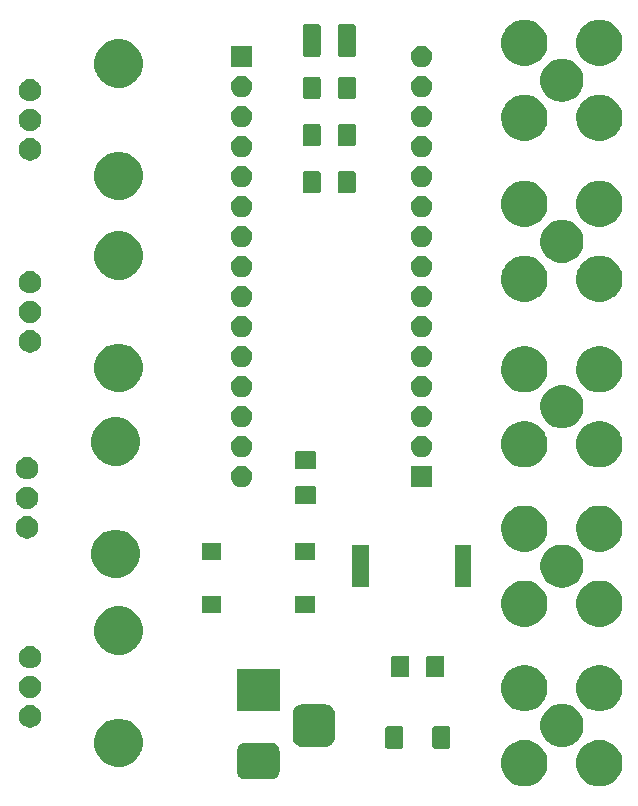
<source format=gbr>
G04 #@! TF.GenerationSoftware,KiCad,Pcbnew,5.1.6-c6e7f7d~86~ubuntu20.04.1*
G04 #@! TF.CreationDate,2020-06-08T22:34:45+01:00*
G04 #@! TF.ProjectId,spikeling,7370696b-656c-4696-9e67-2e6b69636164,rev?*
G04 #@! TF.SameCoordinates,Original*
G04 #@! TF.FileFunction,Soldermask,Top*
G04 #@! TF.FilePolarity,Negative*
%FSLAX46Y46*%
G04 Gerber Fmt 4.6, Leading zero omitted, Abs format (unit mm)*
G04 Created by KiCad (PCBNEW 5.1.6-c6e7f7d~86~ubuntu20.04.1) date 2020-06-08 22:34:45*
%MOMM*%
%LPD*%
G01*
G04 APERTURE LIST*
%ADD10C,0.100000*%
G04 APERTURE END LIST*
D10*
G36*
X191279735Y-110759993D02*
G01*
X191451544Y-110794168D01*
X191598991Y-110855243D01*
X191807512Y-110941615D01*
X191807513Y-110941616D01*
X192127877Y-111155676D01*
X192400324Y-111428123D01*
X192497266Y-111573207D01*
X192614385Y-111748488D01*
X192691024Y-111933511D01*
X192761832Y-112104456D01*
X192837000Y-112482351D01*
X192837000Y-112867649D01*
X192761832Y-113245544D01*
X192700757Y-113392991D01*
X192614385Y-113601512D01*
X192614384Y-113601513D01*
X192400324Y-113921877D01*
X192127877Y-114194324D01*
X191913816Y-114337355D01*
X191807512Y-114408385D01*
X191598991Y-114494757D01*
X191451544Y-114555832D01*
X191325579Y-114580888D01*
X191073651Y-114631000D01*
X190688349Y-114631000D01*
X190436421Y-114580888D01*
X190310456Y-114555832D01*
X190163009Y-114494757D01*
X189954488Y-114408385D01*
X189848184Y-114337355D01*
X189634123Y-114194324D01*
X189361676Y-113921877D01*
X189147616Y-113601513D01*
X189147615Y-113601512D01*
X189061243Y-113392991D01*
X189000168Y-113245544D01*
X188925000Y-112867649D01*
X188925000Y-112482351D01*
X189000168Y-112104456D01*
X189070976Y-111933511D01*
X189147615Y-111748488D01*
X189264734Y-111573207D01*
X189361676Y-111428123D01*
X189634123Y-111155676D01*
X189954487Y-110941616D01*
X189954488Y-110941615D01*
X190163009Y-110855243D01*
X190310456Y-110794168D01*
X190482265Y-110759993D01*
X190688349Y-110719000D01*
X191073651Y-110719000D01*
X191279735Y-110759993D01*
G37*
G36*
X184929735Y-110759993D02*
G01*
X185101544Y-110794168D01*
X185248991Y-110855243D01*
X185457512Y-110941615D01*
X185457513Y-110941616D01*
X185777877Y-111155676D01*
X186050324Y-111428123D01*
X186147266Y-111573207D01*
X186264385Y-111748488D01*
X186341024Y-111933511D01*
X186411832Y-112104456D01*
X186487000Y-112482351D01*
X186487000Y-112867649D01*
X186411832Y-113245544D01*
X186350757Y-113392991D01*
X186264385Y-113601512D01*
X186264384Y-113601513D01*
X186050324Y-113921877D01*
X185777877Y-114194324D01*
X185563816Y-114337355D01*
X185457512Y-114408385D01*
X185248991Y-114494757D01*
X185101544Y-114555832D01*
X184975579Y-114580888D01*
X184723651Y-114631000D01*
X184338349Y-114631000D01*
X184086421Y-114580888D01*
X183960456Y-114555832D01*
X183813009Y-114494757D01*
X183604488Y-114408385D01*
X183498184Y-114337355D01*
X183284123Y-114194324D01*
X183011676Y-113921877D01*
X182797616Y-113601513D01*
X182797615Y-113601512D01*
X182711243Y-113392991D01*
X182650168Y-113245544D01*
X182575000Y-112867649D01*
X182575000Y-112482351D01*
X182650168Y-112104456D01*
X182720976Y-111933511D01*
X182797615Y-111748488D01*
X182914734Y-111573207D01*
X183011676Y-111428123D01*
X183284123Y-111155676D01*
X183604487Y-110941616D01*
X183604488Y-110941615D01*
X183813009Y-110855243D01*
X183960456Y-110794168D01*
X184132265Y-110759993D01*
X184338349Y-110719000D01*
X184723651Y-110719000D01*
X184929735Y-110759993D01*
G37*
G36*
X163226979Y-110963293D02*
G01*
X163360625Y-111003834D01*
X163483784Y-111069664D01*
X163591740Y-111158260D01*
X163680336Y-111266216D01*
X163746166Y-111389375D01*
X163786707Y-111523021D01*
X163801000Y-111668140D01*
X163801000Y-113331860D01*
X163786707Y-113476979D01*
X163746166Y-113610625D01*
X163680336Y-113733784D01*
X163591740Y-113841740D01*
X163483784Y-113930336D01*
X163360625Y-113996166D01*
X163226979Y-114036707D01*
X163081860Y-114051000D01*
X160918140Y-114051000D01*
X160773021Y-114036707D01*
X160639375Y-113996166D01*
X160516216Y-113930336D01*
X160408260Y-113841740D01*
X160319664Y-113733784D01*
X160253834Y-113610625D01*
X160213293Y-113476979D01*
X160199000Y-113331860D01*
X160199000Y-111668140D01*
X160213293Y-111523021D01*
X160253834Y-111389375D01*
X160319664Y-111266216D01*
X160408260Y-111158260D01*
X160516216Y-111069664D01*
X160639375Y-111003834D01*
X160773021Y-110963293D01*
X160918140Y-110949000D01*
X163081860Y-110949000D01*
X163226979Y-110963293D01*
G37*
G36*
X150774254Y-108989818D02*
G01*
X151147511Y-109144426D01*
X151147513Y-109144427D01*
X151410065Y-109319859D01*
X151483436Y-109368884D01*
X151769116Y-109654564D01*
X151993574Y-109990489D01*
X152148182Y-110363746D01*
X152227000Y-110759993D01*
X152227000Y-111164007D01*
X152148182Y-111560254D01*
X152103494Y-111668140D01*
X151993573Y-111933513D01*
X151769116Y-112269436D01*
X151483436Y-112555116D01*
X151147513Y-112779573D01*
X151147512Y-112779574D01*
X151147511Y-112779574D01*
X150774254Y-112934182D01*
X150378007Y-113013000D01*
X149973993Y-113013000D01*
X149577746Y-112934182D01*
X149204489Y-112779574D01*
X149204488Y-112779574D01*
X149204487Y-112779573D01*
X148868564Y-112555116D01*
X148582884Y-112269436D01*
X148358427Y-111933513D01*
X148248506Y-111668140D01*
X148203818Y-111560254D01*
X148125000Y-111164007D01*
X148125000Y-110759993D01*
X148203818Y-110363746D01*
X148358426Y-109990489D01*
X148582884Y-109654564D01*
X148868564Y-109368884D01*
X148941935Y-109319859D01*
X149204487Y-109144427D01*
X149204489Y-109144426D01*
X149577746Y-108989818D01*
X149973993Y-108911000D01*
X150378007Y-108911000D01*
X150774254Y-108989818D01*
G37*
G36*
X174099675Y-109553202D02*
G01*
X174134798Y-109563857D01*
X174167175Y-109581163D01*
X174195550Y-109604450D01*
X174218837Y-109632825D01*
X174236143Y-109665202D01*
X174246798Y-109700325D01*
X174251000Y-109742995D01*
X174251000Y-111257005D01*
X174246798Y-111299675D01*
X174236143Y-111334798D01*
X174218837Y-111367175D01*
X174195550Y-111395550D01*
X174167175Y-111418837D01*
X174134798Y-111436143D01*
X174099675Y-111446798D01*
X174057005Y-111451000D01*
X172942995Y-111451000D01*
X172900325Y-111446798D01*
X172865202Y-111436143D01*
X172832825Y-111418837D01*
X172804450Y-111395550D01*
X172781163Y-111367175D01*
X172763857Y-111334798D01*
X172753202Y-111299675D01*
X172749000Y-111257005D01*
X172749000Y-109742995D01*
X172753202Y-109700325D01*
X172763857Y-109665202D01*
X172781163Y-109632825D01*
X172804450Y-109604450D01*
X172832825Y-109581163D01*
X172865202Y-109563857D01*
X172900325Y-109553202D01*
X172942995Y-109549000D01*
X174057005Y-109549000D01*
X174099675Y-109553202D01*
G37*
G36*
X178099675Y-109553202D02*
G01*
X178134798Y-109563857D01*
X178167175Y-109581163D01*
X178195550Y-109604450D01*
X178218837Y-109632825D01*
X178236143Y-109665202D01*
X178246798Y-109700325D01*
X178251000Y-109742995D01*
X178251000Y-111257005D01*
X178246798Y-111299675D01*
X178236143Y-111334798D01*
X178218837Y-111367175D01*
X178195550Y-111395550D01*
X178167175Y-111418837D01*
X178134798Y-111436143D01*
X178099675Y-111446798D01*
X178057005Y-111451000D01*
X176942995Y-111451000D01*
X176900325Y-111446798D01*
X176865202Y-111436143D01*
X176832825Y-111418837D01*
X176804450Y-111395550D01*
X176781163Y-111367175D01*
X176763857Y-111334798D01*
X176753202Y-111299675D01*
X176749000Y-111257005D01*
X176749000Y-109742995D01*
X176753202Y-109700325D01*
X176763857Y-109665202D01*
X176781163Y-109632825D01*
X176804450Y-109604450D01*
X176832825Y-109581163D01*
X176865202Y-109563857D01*
X176900325Y-109553202D01*
X176942995Y-109549000D01*
X178057005Y-109549000D01*
X178099675Y-109553202D01*
G37*
G36*
X188062820Y-107706143D02*
G01*
X188239500Y-107741287D01*
X188375321Y-107797546D01*
X188572355Y-107879160D01*
X188572356Y-107879161D01*
X188871920Y-108079323D01*
X189126677Y-108334080D01*
X189227438Y-108484880D01*
X189326840Y-108633645D01*
X189464713Y-108966501D01*
X189535000Y-109319858D01*
X189535000Y-109680142D01*
X189464713Y-110033499D01*
X189326840Y-110366355D01*
X189326839Y-110366356D01*
X189126677Y-110665920D01*
X188871920Y-110920677D01*
X188747467Y-111003834D01*
X188572355Y-111120840D01*
X188468140Y-111164007D01*
X188239500Y-111258713D01*
X188063834Y-111293655D01*
X187886142Y-111329000D01*
X187525858Y-111329000D01*
X187348166Y-111293655D01*
X187172500Y-111258713D01*
X186943860Y-111164007D01*
X186839645Y-111120840D01*
X186664533Y-111003834D01*
X186540080Y-110920677D01*
X186285323Y-110665920D01*
X186085161Y-110366356D01*
X186085160Y-110366355D01*
X185947287Y-110033499D01*
X185877000Y-109680142D01*
X185877000Y-109319858D01*
X185947287Y-108966501D01*
X186085160Y-108633645D01*
X186184562Y-108484880D01*
X186285323Y-108334080D01*
X186540080Y-108079323D01*
X186839644Y-107879161D01*
X186839645Y-107879160D01*
X187036679Y-107797546D01*
X187172500Y-107741287D01*
X187349180Y-107706143D01*
X187525858Y-107671000D01*
X187886142Y-107671000D01*
X188062820Y-107706143D01*
G37*
G36*
X167826366Y-107715695D02*
G01*
X167983460Y-107763349D01*
X168128231Y-107840731D01*
X168255128Y-107944872D01*
X168359269Y-108071769D01*
X168436651Y-108216540D01*
X168484305Y-108373634D01*
X168501000Y-108543140D01*
X168501000Y-110456860D01*
X168484305Y-110626366D01*
X168436651Y-110783460D01*
X168359269Y-110928231D01*
X168255128Y-111055128D01*
X168128231Y-111159269D01*
X167983460Y-111236651D01*
X167826366Y-111284305D01*
X167656860Y-111301000D01*
X165743140Y-111301000D01*
X165573634Y-111284305D01*
X165416540Y-111236651D01*
X165271769Y-111159269D01*
X165144872Y-111055128D01*
X165040731Y-110928231D01*
X164963349Y-110783460D01*
X164915695Y-110626366D01*
X164899000Y-110456860D01*
X164899000Y-108543140D01*
X164915695Y-108373634D01*
X164963349Y-108216540D01*
X165040731Y-108071769D01*
X165144872Y-107944872D01*
X165271769Y-107840731D01*
X165416540Y-107763349D01*
X165573634Y-107715695D01*
X165743140Y-107699000D01*
X167656860Y-107699000D01*
X167826366Y-107715695D01*
G37*
G36*
X142953395Y-107797546D02*
G01*
X143126466Y-107869234D01*
X143203818Y-107920919D01*
X143282227Y-107973310D01*
X143414690Y-108105773D01*
X143414691Y-108105775D01*
X143518766Y-108261534D01*
X143590454Y-108434605D01*
X143627000Y-108618333D01*
X143627000Y-108805667D01*
X143590454Y-108989395D01*
X143518766Y-109162466D01*
X143518765Y-109162467D01*
X143414690Y-109318227D01*
X143282227Y-109450690D01*
X143203818Y-109503081D01*
X143126466Y-109554766D01*
X142953395Y-109626454D01*
X142769667Y-109663000D01*
X142582333Y-109663000D01*
X142398605Y-109626454D01*
X142225534Y-109554766D01*
X142148182Y-109503081D01*
X142069773Y-109450690D01*
X141937310Y-109318227D01*
X141833235Y-109162467D01*
X141833234Y-109162466D01*
X141761546Y-108989395D01*
X141725000Y-108805667D01*
X141725000Y-108618333D01*
X141761546Y-108434605D01*
X141833234Y-108261534D01*
X141937309Y-108105775D01*
X141937310Y-108105773D01*
X142069773Y-107973310D01*
X142148182Y-107920919D01*
X142225534Y-107869234D01*
X142398605Y-107797546D01*
X142582333Y-107761000D01*
X142769667Y-107761000D01*
X142953395Y-107797546D01*
G37*
G36*
X163801000Y-108301000D02*
G01*
X160199000Y-108301000D01*
X160199000Y-104699000D01*
X163801000Y-104699000D01*
X163801000Y-108301000D01*
G37*
G36*
X184975579Y-104419112D02*
G01*
X185101544Y-104444168D01*
X185248991Y-104505243D01*
X185457512Y-104591615D01*
X185509652Y-104626454D01*
X185777877Y-104805676D01*
X186050324Y-105078123D01*
X186103766Y-105158105D01*
X186264385Y-105398488D01*
X186295377Y-105473310D01*
X186411832Y-105754456D01*
X186487000Y-106132351D01*
X186487000Y-106517649D01*
X186411832Y-106895544D01*
X186388989Y-106950691D01*
X186264385Y-107251512D01*
X186264384Y-107251513D01*
X186050324Y-107571877D01*
X185777877Y-107844324D01*
X185584837Y-107973309D01*
X185457512Y-108058385D01*
X185343102Y-108105775D01*
X185101544Y-108205832D01*
X185047711Y-108216540D01*
X184723651Y-108281000D01*
X184338349Y-108281000D01*
X184014289Y-108216540D01*
X183960456Y-108205832D01*
X183718898Y-108105775D01*
X183604488Y-108058385D01*
X183477163Y-107973309D01*
X183284123Y-107844324D01*
X183011676Y-107571877D01*
X182797616Y-107251513D01*
X182797615Y-107251512D01*
X182673011Y-106950691D01*
X182650168Y-106895544D01*
X182575000Y-106517649D01*
X182575000Y-106132351D01*
X182650168Y-105754456D01*
X182766623Y-105473310D01*
X182797615Y-105398488D01*
X182958234Y-105158105D01*
X183011676Y-105078123D01*
X183284123Y-104805676D01*
X183552348Y-104626454D01*
X183604488Y-104591615D01*
X183813009Y-104505243D01*
X183960456Y-104444168D01*
X184086421Y-104419112D01*
X184338349Y-104369000D01*
X184723651Y-104369000D01*
X184975579Y-104419112D01*
G37*
G36*
X191325579Y-104419112D02*
G01*
X191451544Y-104444168D01*
X191598991Y-104505243D01*
X191807512Y-104591615D01*
X191859652Y-104626454D01*
X192127877Y-104805676D01*
X192400324Y-105078123D01*
X192453766Y-105158105D01*
X192614385Y-105398488D01*
X192645377Y-105473310D01*
X192761832Y-105754456D01*
X192837000Y-106132351D01*
X192837000Y-106517649D01*
X192761832Y-106895544D01*
X192738989Y-106950691D01*
X192614385Y-107251512D01*
X192614384Y-107251513D01*
X192400324Y-107571877D01*
X192127877Y-107844324D01*
X191934837Y-107973309D01*
X191807512Y-108058385D01*
X191693102Y-108105775D01*
X191451544Y-108205832D01*
X191397711Y-108216540D01*
X191073651Y-108281000D01*
X190688349Y-108281000D01*
X190364289Y-108216540D01*
X190310456Y-108205832D01*
X190068898Y-108105775D01*
X189954488Y-108058385D01*
X189827163Y-107973309D01*
X189634123Y-107844324D01*
X189361676Y-107571877D01*
X189147616Y-107251513D01*
X189147615Y-107251512D01*
X189023011Y-106950691D01*
X189000168Y-106895544D01*
X188925000Y-106517649D01*
X188925000Y-106132351D01*
X189000168Y-105754456D01*
X189116623Y-105473310D01*
X189147615Y-105398488D01*
X189308234Y-105158105D01*
X189361676Y-105078123D01*
X189634123Y-104805676D01*
X189902348Y-104626454D01*
X189954488Y-104591615D01*
X190163009Y-104505243D01*
X190310456Y-104444168D01*
X190436421Y-104419112D01*
X190688349Y-104369000D01*
X191073651Y-104369000D01*
X191325579Y-104419112D01*
G37*
G36*
X142953395Y-105297546D02*
G01*
X143126466Y-105369234D01*
X143180903Y-105405608D01*
X143282227Y-105473310D01*
X143414690Y-105605773D01*
X143414691Y-105605775D01*
X143518766Y-105761534D01*
X143590454Y-105934605D01*
X143627000Y-106118333D01*
X143627000Y-106305667D01*
X143590454Y-106489395D01*
X143518766Y-106662466D01*
X143518765Y-106662467D01*
X143414690Y-106818227D01*
X143282227Y-106950690D01*
X143203818Y-107003081D01*
X143126466Y-107054766D01*
X142953395Y-107126454D01*
X142769667Y-107163000D01*
X142582333Y-107163000D01*
X142398605Y-107126454D01*
X142225534Y-107054766D01*
X142148182Y-107003081D01*
X142069773Y-106950690D01*
X141937310Y-106818227D01*
X141833235Y-106662467D01*
X141833234Y-106662466D01*
X141761546Y-106489395D01*
X141725000Y-106305667D01*
X141725000Y-106118333D01*
X141761546Y-105934605D01*
X141833234Y-105761534D01*
X141937309Y-105605775D01*
X141937310Y-105605773D01*
X142069773Y-105473310D01*
X142171097Y-105405608D01*
X142225534Y-105369234D01*
X142398605Y-105297546D01*
X142582333Y-105261000D01*
X142769667Y-105261000D01*
X142953395Y-105297546D01*
G37*
G36*
X174625562Y-103578181D02*
G01*
X174660481Y-103588774D01*
X174692663Y-103605976D01*
X174720873Y-103629127D01*
X174744024Y-103657337D01*
X174761226Y-103689519D01*
X174771819Y-103724438D01*
X174776000Y-103766895D01*
X174776000Y-105233105D01*
X174771819Y-105275562D01*
X174761226Y-105310481D01*
X174744024Y-105342663D01*
X174720873Y-105370873D01*
X174692663Y-105394024D01*
X174660481Y-105411226D01*
X174625562Y-105421819D01*
X174583105Y-105426000D01*
X173441895Y-105426000D01*
X173399438Y-105421819D01*
X173364519Y-105411226D01*
X173332337Y-105394024D01*
X173304127Y-105370873D01*
X173280976Y-105342663D01*
X173263774Y-105310481D01*
X173253181Y-105275562D01*
X173249000Y-105233105D01*
X173249000Y-103766895D01*
X173253181Y-103724438D01*
X173263774Y-103689519D01*
X173280976Y-103657337D01*
X173304127Y-103629127D01*
X173332337Y-103605976D01*
X173364519Y-103588774D01*
X173399438Y-103578181D01*
X173441895Y-103574000D01*
X174583105Y-103574000D01*
X174625562Y-103578181D01*
G37*
G36*
X177600562Y-103578181D02*
G01*
X177635481Y-103588774D01*
X177667663Y-103605976D01*
X177695873Y-103629127D01*
X177719024Y-103657337D01*
X177736226Y-103689519D01*
X177746819Y-103724438D01*
X177751000Y-103766895D01*
X177751000Y-105233105D01*
X177746819Y-105275562D01*
X177736226Y-105310481D01*
X177719024Y-105342663D01*
X177695873Y-105370873D01*
X177667663Y-105394024D01*
X177635481Y-105411226D01*
X177600562Y-105421819D01*
X177558105Y-105426000D01*
X176416895Y-105426000D01*
X176374438Y-105421819D01*
X176339519Y-105411226D01*
X176307337Y-105394024D01*
X176279127Y-105370873D01*
X176255976Y-105342663D01*
X176238774Y-105310481D01*
X176228181Y-105275562D01*
X176224000Y-105233105D01*
X176224000Y-103766895D01*
X176228181Y-103724438D01*
X176238774Y-103689519D01*
X176255976Y-103657337D01*
X176279127Y-103629127D01*
X176307337Y-103605976D01*
X176339519Y-103588774D01*
X176374438Y-103578181D01*
X176416895Y-103574000D01*
X177558105Y-103574000D01*
X177600562Y-103578181D01*
G37*
G36*
X142953395Y-102797546D02*
G01*
X143126466Y-102869234D01*
X143126467Y-102869235D01*
X143282227Y-102973310D01*
X143414690Y-103105773D01*
X143414691Y-103105775D01*
X143518766Y-103261534D01*
X143590454Y-103434605D01*
X143627000Y-103618333D01*
X143627000Y-103805667D01*
X143590454Y-103989395D01*
X143518766Y-104162466D01*
X143518765Y-104162467D01*
X143414690Y-104318227D01*
X143282227Y-104450690D01*
X143203818Y-104503081D01*
X143126466Y-104554766D01*
X142953395Y-104626454D01*
X142769667Y-104663000D01*
X142582333Y-104663000D01*
X142398605Y-104626454D01*
X142225534Y-104554766D01*
X142148182Y-104503081D01*
X142069773Y-104450690D01*
X141937310Y-104318227D01*
X141833235Y-104162467D01*
X141833234Y-104162466D01*
X141761546Y-103989395D01*
X141725000Y-103805667D01*
X141725000Y-103618333D01*
X141761546Y-103434605D01*
X141833234Y-103261534D01*
X141937309Y-103105775D01*
X141937310Y-103105773D01*
X142069773Y-102973310D01*
X142225533Y-102869235D01*
X142225534Y-102869234D01*
X142398605Y-102797546D01*
X142582333Y-102761000D01*
X142769667Y-102761000D01*
X142953395Y-102797546D01*
G37*
G36*
X150774254Y-99489818D02*
G01*
X151147511Y-99644426D01*
X151147513Y-99644427D01*
X151483436Y-99868884D01*
X151769116Y-100154564D01*
X151947729Y-100421876D01*
X151993574Y-100490489D01*
X152148182Y-100863746D01*
X152227000Y-101259993D01*
X152227000Y-101664007D01*
X152148182Y-102060254D01*
X151993574Y-102433511D01*
X151993573Y-102433513D01*
X151769116Y-102769436D01*
X151483436Y-103055116D01*
X151147513Y-103279573D01*
X151147512Y-103279574D01*
X151147511Y-103279574D01*
X150774254Y-103434182D01*
X150378007Y-103513000D01*
X149973993Y-103513000D01*
X149577746Y-103434182D01*
X149204489Y-103279574D01*
X149204488Y-103279574D01*
X149204487Y-103279573D01*
X148868564Y-103055116D01*
X148582884Y-102769436D01*
X148358427Y-102433513D01*
X148358426Y-102433511D01*
X148203818Y-102060254D01*
X148125000Y-101664007D01*
X148125000Y-101259993D01*
X148203818Y-100863746D01*
X148358426Y-100490489D01*
X148404272Y-100421876D01*
X148582884Y-100154564D01*
X148868564Y-99868884D01*
X149204487Y-99644427D01*
X149204489Y-99644426D01*
X149577746Y-99489818D01*
X149973993Y-99411000D01*
X150378007Y-99411000D01*
X150774254Y-99489818D01*
G37*
G36*
X184975579Y-97269112D02*
G01*
X185101544Y-97294168D01*
X185248991Y-97355243D01*
X185457512Y-97441615D01*
X185457513Y-97441616D01*
X185777877Y-97655676D01*
X186050324Y-97928123D01*
X186193355Y-98142184D01*
X186264385Y-98248488D01*
X186411832Y-98604457D01*
X186487000Y-98982349D01*
X186487000Y-99367651D01*
X186411832Y-99745543D01*
X186264385Y-100101512D01*
X186264384Y-100101513D01*
X186050324Y-100421877D01*
X185777877Y-100694324D01*
X185563816Y-100837355D01*
X185457512Y-100908385D01*
X185248991Y-100994757D01*
X185101544Y-101055832D01*
X184975579Y-101080888D01*
X184723651Y-101131000D01*
X184338349Y-101131000D01*
X184086421Y-101080888D01*
X183960456Y-101055832D01*
X183813009Y-100994757D01*
X183604488Y-100908385D01*
X183498184Y-100837355D01*
X183284123Y-100694324D01*
X183011676Y-100421877D01*
X182797616Y-100101513D01*
X182797615Y-100101512D01*
X182650168Y-99745543D01*
X182575000Y-99367651D01*
X182575000Y-98982349D01*
X182650168Y-98604457D01*
X182797615Y-98248488D01*
X182868645Y-98142184D01*
X183011676Y-97928123D01*
X183284123Y-97655676D01*
X183604487Y-97441616D01*
X183604488Y-97441615D01*
X183813009Y-97355243D01*
X183960456Y-97294168D01*
X184086421Y-97269112D01*
X184338349Y-97219000D01*
X184723651Y-97219000D01*
X184975579Y-97269112D01*
G37*
G36*
X191325579Y-97269112D02*
G01*
X191451544Y-97294168D01*
X191598991Y-97355243D01*
X191807512Y-97441615D01*
X191807513Y-97441616D01*
X192127877Y-97655676D01*
X192400324Y-97928123D01*
X192543355Y-98142184D01*
X192614385Y-98248488D01*
X192761832Y-98604457D01*
X192837000Y-98982349D01*
X192837000Y-99367651D01*
X192761832Y-99745543D01*
X192614385Y-100101512D01*
X192614384Y-100101513D01*
X192400324Y-100421877D01*
X192127877Y-100694324D01*
X191913816Y-100837355D01*
X191807512Y-100908385D01*
X191598991Y-100994757D01*
X191451544Y-101055832D01*
X191325579Y-101080888D01*
X191073651Y-101131000D01*
X190688349Y-101131000D01*
X190436421Y-101080888D01*
X190310456Y-101055832D01*
X190163009Y-100994757D01*
X189954488Y-100908385D01*
X189848184Y-100837355D01*
X189634123Y-100694324D01*
X189361676Y-100421877D01*
X189147616Y-100101513D01*
X189147615Y-100101512D01*
X189000168Y-99745543D01*
X188925000Y-99367651D01*
X188925000Y-98982349D01*
X189000168Y-98604457D01*
X189147615Y-98248488D01*
X189218645Y-98142184D01*
X189361676Y-97928123D01*
X189634123Y-97655676D01*
X189954487Y-97441616D01*
X189954488Y-97441615D01*
X190163009Y-97355243D01*
X190310456Y-97294168D01*
X190436421Y-97269112D01*
X190688349Y-97219000D01*
X191073651Y-97219000D01*
X191325579Y-97269112D01*
G37*
G36*
X166801000Y-99951000D02*
G01*
X165149000Y-99951000D01*
X165149000Y-98549000D01*
X166801000Y-98549000D01*
X166801000Y-99951000D01*
G37*
G36*
X158851000Y-99951000D02*
G01*
X157199000Y-99951000D01*
X157199000Y-98549000D01*
X158851000Y-98549000D01*
X158851000Y-99951000D01*
G37*
G36*
X188062821Y-94206144D02*
G01*
X188239500Y-94241287D01*
X188377373Y-94298396D01*
X188572355Y-94379160D01*
X188572356Y-94379161D01*
X188871920Y-94579323D01*
X189126677Y-94834080D01*
X189126678Y-94834082D01*
X189326840Y-95133645D01*
X189407604Y-95328627D01*
X189464713Y-95466500D01*
X189535000Y-95819859D01*
X189535000Y-96180141D01*
X189464713Y-96533500D01*
X189407604Y-96671373D01*
X189326840Y-96866355D01*
X189326839Y-96866356D01*
X189126677Y-97165920D01*
X188871920Y-97420677D01*
X188721120Y-97521438D01*
X188572355Y-97620840D01*
X188377373Y-97701604D01*
X188239500Y-97758713D01*
X188062821Y-97793856D01*
X187886142Y-97829000D01*
X187525858Y-97829000D01*
X187349179Y-97793856D01*
X187172500Y-97758713D01*
X187034627Y-97701604D01*
X186839645Y-97620840D01*
X186690880Y-97521438D01*
X186540080Y-97420677D01*
X186285323Y-97165920D01*
X186085161Y-96866356D01*
X186085160Y-96866355D01*
X186004396Y-96671373D01*
X185947287Y-96533500D01*
X185877000Y-96180141D01*
X185877000Y-95819859D01*
X185947287Y-95466500D01*
X186004396Y-95328627D01*
X186085160Y-95133645D01*
X186285322Y-94834082D01*
X186285323Y-94834080D01*
X186540080Y-94579323D01*
X186839644Y-94379161D01*
X186839645Y-94379160D01*
X187034627Y-94298396D01*
X187172500Y-94241287D01*
X187349179Y-94206144D01*
X187525858Y-94171000D01*
X187886142Y-94171000D01*
X188062821Y-94206144D01*
G37*
G36*
X180051000Y-97751000D02*
G01*
X178649000Y-97751000D01*
X178649000Y-94249000D01*
X180051000Y-94249000D01*
X180051000Y-97751000D01*
G37*
G36*
X171351000Y-97751000D02*
G01*
X169949000Y-97751000D01*
X169949000Y-94249000D01*
X171351000Y-94249000D01*
X171351000Y-97751000D01*
G37*
G36*
X150520254Y-92987818D02*
G01*
X150893511Y-93142426D01*
X150893513Y-93142427D01*
X151229436Y-93366884D01*
X151515116Y-93652564D01*
X151739574Y-93988489D01*
X151894182Y-94361746D01*
X151973000Y-94757993D01*
X151973000Y-95162007D01*
X151894182Y-95558254D01*
X151739574Y-95931511D01*
X151739573Y-95931513D01*
X151515116Y-96267436D01*
X151229436Y-96553116D01*
X150893513Y-96777573D01*
X150893512Y-96777574D01*
X150893511Y-96777574D01*
X150520254Y-96932182D01*
X150124007Y-97011000D01*
X149719993Y-97011000D01*
X149323746Y-96932182D01*
X148950489Y-96777574D01*
X148950488Y-96777574D01*
X148950487Y-96777573D01*
X148614564Y-96553116D01*
X148328884Y-96267436D01*
X148104427Y-95931513D01*
X148104426Y-95931511D01*
X147949818Y-95558254D01*
X147871000Y-95162007D01*
X147871000Y-94757993D01*
X147949818Y-94361746D01*
X148104426Y-93988489D01*
X148328884Y-93652564D01*
X148614564Y-93366884D01*
X148950487Y-93142427D01*
X148950489Y-93142426D01*
X149323746Y-92987818D01*
X149719993Y-92909000D01*
X150124007Y-92909000D01*
X150520254Y-92987818D01*
G37*
G36*
X158851000Y-95451000D02*
G01*
X157199000Y-95451000D01*
X157199000Y-94049000D01*
X158851000Y-94049000D01*
X158851000Y-95451000D01*
G37*
G36*
X166801000Y-95451000D02*
G01*
X165149000Y-95451000D01*
X165149000Y-94049000D01*
X166801000Y-94049000D01*
X166801000Y-95451000D01*
G37*
G36*
X191325579Y-90919112D02*
G01*
X191451544Y-90944168D01*
X191462463Y-90948691D01*
X191807512Y-91091615D01*
X191807513Y-91091616D01*
X192127877Y-91305676D01*
X192400324Y-91578123D01*
X192521182Y-91759000D01*
X192614385Y-91898488D01*
X192761832Y-92254457D01*
X192837000Y-92632349D01*
X192837000Y-93017651D01*
X192812180Y-93142427D01*
X192761832Y-93395544D01*
X192700757Y-93542991D01*
X192614385Y-93751512D01*
X192614384Y-93751513D01*
X192400324Y-94071877D01*
X192127877Y-94344324D01*
X191913816Y-94487355D01*
X191807512Y-94558385D01*
X191598991Y-94644757D01*
X191451544Y-94705832D01*
X191325579Y-94730888D01*
X191073651Y-94781000D01*
X190688349Y-94781000D01*
X190436421Y-94730888D01*
X190310456Y-94705832D01*
X190163009Y-94644757D01*
X189954488Y-94558385D01*
X189848184Y-94487355D01*
X189634123Y-94344324D01*
X189361676Y-94071877D01*
X189147616Y-93751513D01*
X189147615Y-93751512D01*
X189061243Y-93542991D01*
X189000168Y-93395544D01*
X188949820Y-93142427D01*
X188925000Y-93017651D01*
X188925000Y-92632349D01*
X189000168Y-92254457D01*
X189147615Y-91898488D01*
X189240818Y-91759000D01*
X189361676Y-91578123D01*
X189634123Y-91305676D01*
X189954487Y-91091616D01*
X189954488Y-91091615D01*
X190299537Y-90948691D01*
X190310456Y-90944168D01*
X190436421Y-90919112D01*
X190688349Y-90869000D01*
X191073651Y-90869000D01*
X191325579Y-90919112D01*
G37*
G36*
X184975579Y-90919112D02*
G01*
X185101544Y-90944168D01*
X185112463Y-90948691D01*
X185457512Y-91091615D01*
X185457513Y-91091616D01*
X185777877Y-91305676D01*
X186050324Y-91578123D01*
X186171182Y-91759000D01*
X186264385Y-91898488D01*
X186411832Y-92254457D01*
X186487000Y-92632349D01*
X186487000Y-93017651D01*
X186462180Y-93142427D01*
X186411832Y-93395544D01*
X186350757Y-93542991D01*
X186264385Y-93751512D01*
X186264384Y-93751513D01*
X186050324Y-94071877D01*
X185777877Y-94344324D01*
X185563816Y-94487355D01*
X185457512Y-94558385D01*
X185248991Y-94644757D01*
X185101544Y-94705832D01*
X184975579Y-94730888D01*
X184723651Y-94781000D01*
X184338349Y-94781000D01*
X184086421Y-94730888D01*
X183960456Y-94705832D01*
X183813009Y-94644757D01*
X183604488Y-94558385D01*
X183498184Y-94487355D01*
X183284123Y-94344324D01*
X183011676Y-94071877D01*
X182797616Y-93751513D01*
X182797615Y-93751512D01*
X182711243Y-93542991D01*
X182650168Y-93395544D01*
X182599820Y-93142427D01*
X182575000Y-93017651D01*
X182575000Y-92632349D01*
X182650168Y-92254457D01*
X182797615Y-91898488D01*
X182890818Y-91759000D01*
X183011676Y-91578123D01*
X183284123Y-91305676D01*
X183604487Y-91091616D01*
X183604488Y-91091615D01*
X183949537Y-90948691D01*
X183960456Y-90944168D01*
X184086421Y-90919112D01*
X184338349Y-90869000D01*
X184723651Y-90869000D01*
X184975579Y-90919112D01*
G37*
G36*
X142699395Y-91795546D02*
G01*
X142872466Y-91867234D01*
X142872467Y-91867235D01*
X143028227Y-91971310D01*
X143160690Y-92103773D01*
X143160691Y-92103775D01*
X143264766Y-92259534D01*
X143336454Y-92432605D01*
X143373000Y-92616333D01*
X143373000Y-92803667D01*
X143336454Y-92987395D01*
X143264766Y-93160466D01*
X143264765Y-93160467D01*
X143160690Y-93316227D01*
X143028227Y-93448690D01*
X142949818Y-93501081D01*
X142872466Y-93552766D01*
X142699395Y-93624454D01*
X142515667Y-93661000D01*
X142328333Y-93661000D01*
X142144605Y-93624454D01*
X141971534Y-93552766D01*
X141894182Y-93501081D01*
X141815773Y-93448690D01*
X141683310Y-93316227D01*
X141579235Y-93160467D01*
X141579234Y-93160466D01*
X141507546Y-92987395D01*
X141471000Y-92803667D01*
X141471000Y-92616333D01*
X141507546Y-92432605D01*
X141579234Y-92259534D01*
X141683309Y-92103775D01*
X141683310Y-92103773D01*
X141815773Y-91971310D01*
X141971533Y-91867235D01*
X141971534Y-91867234D01*
X142144605Y-91795546D01*
X142328333Y-91759000D01*
X142515667Y-91759000D01*
X142699395Y-91795546D01*
G37*
G36*
X142699395Y-89295546D02*
G01*
X142872466Y-89367234D01*
X142905604Y-89389376D01*
X143028227Y-89471310D01*
X143160690Y-89603773D01*
X143160691Y-89603775D01*
X143264766Y-89759534D01*
X143336454Y-89932605D01*
X143373000Y-90116333D01*
X143373000Y-90303667D01*
X143336454Y-90487395D01*
X143264766Y-90660466D01*
X143241108Y-90695873D01*
X143160690Y-90816227D01*
X143028227Y-90948690D01*
X142949818Y-91001081D01*
X142872466Y-91052766D01*
X142699395Y-91124454D01*
X142515667Y-91161000D01*
X142328333Y-91161000D01*
X142144605Y-91124454D01*
X141971534Y-91052766D01*
X141894182Y-91001081D01*
X141815773Y-90948690D01*
X141683310Y-90816227D01*
X141602892Y-90695873D01*
X141579234Y-90660466D01*
X141507546Y-90487395D01*
X141471000Y-90303667D01*
X141471000Y-90116333D01*
X141507546Y-89932605D01*
X141579234Y-89759534D01*
X141683309Y-89603775D01*
X141683310Y-89603773D01*
X141815773Y-89471310D01*
X141938396Y-89389376D01*
X141971534Y-89367234D01*
X142144605Y-89295546D01*
X142328333Y-89259000D01*
X142515667Y-89259000D01*
X142699395Y-89295546D01*
G37*
G36*
X166775562Y-89228181D02*
G01*
X166810481Y-89238774D01*
X166842663Y-89255976D01*
X166870873Y-89279127D01*
X166894024Y-89307337D01*
X166911226Y-89339519D01*
X166921819Y-89374438D01*
X166926000Y-89416895D01*
X166926000Y-90558105D01*
X166921819Y-90600562D01*
X166911226Y-90635481D01*
X166894024Y-90667663D01*
X166870873Y-90695873D01*
X166842663Y-90719024D01*
X166810481Y-90736226D01*
X166775562Y-90746819D01*
X166733105Y-90751000D01*
X165266895Y-90751000D01*
X165224438Y-90746819D01*
X165189519Y-90736226D01*
X165157337Y-90719024D01*
X165129127Y-90695873D01*
X165105976Y-90667663D01*
X165088774Y-90635481D01*
X165078181Y-90600562D01*
X165074000Y-90558105D01*
X165074000Y-89416895D01*
X165078181Y-89374438D01*
X165088774Y-89339519D01*
X165105976Y-89307337D01*
X165129127Y-89279127D01*
X165157337Y-89255976D01*
X165189519Y-89238774D01*
X165224438Y-89228181D01*
X165266895Y-89224000D01*
X166733105Y-89224000D01*
X166775562Y-89228181D01*
G37*
G36*
X160697512Y-87495927D02*
G01*
X160846812Y-87525624D01*
X161010784Y-87593544D01*
X161158354Y-87692147D01*
X161283853Y-87817646D01*
X161382456Y-87965216D01*
X161450376Y-88129188D01*
X161485000Y-88303259D01*
X161485000Y-88480741D01*
X161450376Y-88654812D01*
X161382456Y-88818784D01*
X161283853Y-88966354D01*
X161158354Y-89091853D01*
X161010784Y-89190456D01*
X160846812Y-89258376D01*
X160697512Y-89288073D01*
X160672742Y-89293000D01*
X160495258Y-89293000D01*
X160470488Y-89288073D01*
X160321188Y-89258376D01*
X160157216Y-89190456D01*
X160009646Y-89091853D01*
X159884147Y-88966354D01*
X159785544Y-88818784D01*
X159717624Y-88654812D01*
X159683000Y-88480741D01*
X159683000Y-88303259D01*
X159717624Y-88129188D01*
X159785544Y-87965216D01*
X159884147Y-87817646D01*
X160009646Y-87692147D01*
X160157216Y-87593544D01*
X160321188Y-87525624D01*
X160470488Y-87495927D01*
X160495258Y-87491000D01*
X160672742Y-87491000D01*
X160697512Y-87495927D01*
G37*
G36*
X176725000Y-89293000D02*
G01*
X174923000Y-89293000D01*
X174923000Y-87491000D01*
X176725000Y-87491000D01*
X176725000Y-89293000D01*
G37*
G36*
X142699395Y-86795546D02*
G01*
X142872466Y-86867234D01*
X142872467Y-86867235D01*
X143028227Y-86971310D01*
X143160690Y-87103773D01*
X143160691Y-87103775D01*
X143264766Y-87259534D01*
X143336454Y-87432605D01*
X143373000Y-87616333D01*
X143373000Y-87803667D01*
X143336454Y-87987395D01*
X143264766Y-88160466D01*
X143264765Y-88160467D01*
X143160690Y-88316227D01*
X143028227Y-88448690D01*
X142949818Y-88501081D01*
X142872466Y-88552766D01*
X142699395Y-88624454D01*
X142515667Y-88661000D01*
X142328333Y-88661000D01*
X142144605Y-88624454D01*
X141971534Y-88552766D01*
X141894182Y-88501081D01*
X141815773Y-88448690D01*
X141683310Y-88316227D01*
X141579235Y-88160467D01*
X141579234Y-88160466D01*
X141507546Y-87987395D01*
X141471000Y-87803667D01*
X141471000Y-87616333D01*
X141507546Y-87432605D01*
X141579234Y-87259534D01*
X141683309Y-87103775D01*
X141683310Y-87103773D01*
X141815773Y-86971310D01*
X141971533Y-86867235D01*
X141971534Y-86867234D01*
X142144605Y-86795546D01*
X142328333Y-86759000D01*
X142515667Y-86759000D01*
X142699395Y-86795546D01*
G37*
G36*
X166775562Y-86253181D02*
G01*
X166810481Y-86263774D01*
X166842663Y-86280976D01*
X166870873Y-86304127D01*
X166894024Y-86332337D01*
X166911226Y-86364519D01*
X166921819Y-86399438D01*
X166926000Y-86441895D01*
X166926000Y-87583105D01*
X166921819Y-87625562D01*
X166911226Y-87660481D01*
X166894024Y-87692663D01*
X166870873Y-87720873D01*
X166842663Y-87744024D01*
X166810481Y-87761226D01*
X166775562Y-87771819D01*
X166733105Y-87776000D01*
X165266895Y-87776000D01*
X165224438Y-87771819D01*
X165189519Y-87761226D01*
X165157337Y-87744024D01*
X165129127Y-87720873D01*
X165105976Y-87692663D01*
X165088774Y-87660481D01*
X165078181Y-87625562D01*
X165074000Y-87583105D01*
X165074000Y-86441895D01*
X165078181Y-86399438D01*
X165088774Y-86364519D01*
X165105976Y-86332337D01*
X165129127Y-86304127D01*
X165157337Y-86280976D01*
X165189519Y-86263774D01*
X165224438Y-86253181D01*
X165266895Y-86249000D01*
X166733105Y-86249000D01*
X166775562Y-86253181D01*
G37*
G36*
X191325579Y-83769112D02*
G01*
X191451544Y-83794168D01*
X191598991Y-83855243D01*
X191807512Y-83941615D01*
X191807513Y-83941616D01*
X192127877Y-84155676D01*
X192400324Y-84428123D01*
X192440659Y-84488489D01*
X192614385Y-84748488D01*
X192661298Y-84861746D01*
X192761832Y-85104456D01*
X192837000Y-85482351D01*
X192837000Y-85867649D01*
X192761832Y-86245544D01*
X192700757Y-86392991D01*
X192614385Y-86601512D01*
X192543355Y-86707816D01*
X192400324Y-86921877D01*
X192127877Y-87194324D01*
X192003284Y-87277574D01*
X191807512Y-87408385D01*
X191608061Y-87491000D01*
X191451544Y-87555832D01*
X191325579Y-87580888D01*
X191073651Y-87631000D01*
X190688349Y-87631000D01*
X190436421Y-87580888D01*
X190310456Y-87555832D01*
X190153939Y-87491000D01*
X189954488Y-87408385D01*
X189758716Y-87277574D01*
X189634123Y-87194324D01*
X189361676Y-86921877D01*
X189218645Y-86707816D01*
X189147615Y-86601512D01*
X189061243Y-86392991D01*
X189000168Y-86245544D01*
X188925000Y-85867649D01*
X188925000Y-85482351D01*
X189000168Y-85104456D01*
X189100702Y-84861746D01*
X189147615Y-84748488D01*
X189321341Y-84488489D01*
X189361676Y-84428123D01*
X189634123Y-84155676D01*
X189954487Y-83941616D01*
X189954488Y-83941615D01*
X190163009Y-83855243D01*
X190310456Y-83794168D01*
X190436421Y-83769112D01*
X190688349Y-83719000D01*
X191073651Y-83719000D01*
X191325579Y-83769112D01*
G37*
G36*
X184975579Y-83769112D02*
G01*
X185101544Y-83794168D01*
X185248991Y-83855243D01*
X185457512Y-83941615D01*
X185457513Y-83941616D01*
X185777877Y-84155676D01*
X186050324Y-84428123D01*
X186090659Y-84488489D01*
X186264385Y-84748488D01*
X186311298Y-84861746D01*
X186411832Y-85104456D01*
X186487000Y-85482351D01*
X186487000Y-85867649D01*
X186411832Y-86245544D01*
X186350757Y-86392991D01*
X186264385Y-86601512D01*
X186193355Y-86707816D01*
X186050324Y-86921877D01*
X185777877Y-87194324D01*
X185653284Y-87277574D01*
X185457512Y-87408385D01*
X185258061Y-87491000D01*
X185101544Y-87555832D01*
X184975579Y-87580888D01*
X184723651Y-87631000D01*
X184338349Y-87631000D01*
X184086421Y-87580888D01*
X183960456Y-87555832D01*
X183803939Y-87491000D01*
X183604488Y-87408385D01*
X183408716Y-87277574D01*
X183284123Y-87194324D01*
X183011676Y-86921877D01*
X182868645Y-86707816D01*
X182797615Y-86601512D01*
X182711243Y-86392991D01*
X182650168Y-86245544D01*
X182575000Y-85867649D01*
X182575000Y-85482351D01*
X182650168Y-85104456D01*
X182750702Y-84861746D01*
X182797615Y-84748488D01*
X182971341Y-84488489D01*
X183011676Y-84428123D01*
X183284123Y-84155676D01*
X183604487Y-83941616D01*
X183604488Y-83941615D01*
X183813009Y-83855243D01*
X183960456Y-83794168D01*
X184086421Y-83769112D01*
X184338349Y-83719000D01*
X184723651Y-83719000D01*
X184975579Y-83769112D01*
G37*
G36*
X150520254Y-83487818D02*
G01*
X150893511Y-83642426D01*
X150893513Y-83642427D01*
X151229436Y-83866884D01*
X151515116Y-84152564D01*
X151699240Y-84428124D01*
X151739574Y-84488489D01*
X151894182Y-84861746D01*
X151973000Y-85257993D01*
X151973000Y-85662007D01*
X151894182Y-86058254D01*
X151741710Y-86426354D01*
X151739573Y-86431513D01*
X151515116Y-86767436D01*
X151229436Y-87053116D01*
X150893513Y-87277573D01*
X150893512Y-87277574D01*
X150893511Y-87277574D01*
X150520254Y-87432182D01*
X150124007Y-87511000D01*
X149719993Y-87511000D01*
X149323746Y-87432182D01*
X148950489Y-87277574D01*
X148950488Y-87277574D01*
X148950487Y-87277573D01*
X148614564Y-87053116D01*
X148328884Y-86767436D01*
X148104427Y-86431513D01*
X148102290Y-86426354D01*
X147949818Y-86058254D01*
X147871000Y-85662007D01*
X147871000Y-85257993D01*
X147949818Y-84861746D01*
X148104426Y-84488489D01*
X148144761Y-84428124D01*
X148328884Y-84152564D01*
X148614564Y-83866884D01*
X148950487Y-83642427D01*
X148950489Y-83642426D01*
X149323746Y-83487818D01*
X149719993Y-83409000D01*
X150124007Y-83409000D01*
X150520254Y-83487818D01*
G37*
G36*
X160697512Y-84955927D02*
G01*
X160846812Y-84985624D01*
X161010784Y-85053544D01*
X161158354Y-85152147D01*
X161283853Y-85277646D01*
X161382456Y-85425216D01*
X161450376Y-85589188D01*
X161485000Y-85763259D01*
X161485000Y-85940741D01*
X161450376Y-86114812D01*
X161382456Y-86278784D01*
X161283853Y-86426354D01*
X161158354Y-86551853D01*
X161010784Y-86650456D01*
X160846812Y-86718376D01*
X160697512Y-86748073D01*
X160672742Y-86753000D01*
X160495258Y-86753000D01*
X160470488Y-86748073D01*
X160321188Y-86718376D01*
X160157216Y-86650456D01*
X160009646Y-86551853D01*
X159884147Y-86426354D01*
X159785544Y-86278784D01*
X159717624Y-86114812D01*
X159683000Y-85940741D01*
X159683000Y-85763259D01*
X159717624Y-85589188D01*
X159785544Y-85425216D01*
X159884147Y-85277646D01*
X160009646Y-85152147D01*
X160157216Y-85053544D01*
X160321188Y-84985624D01*
X160470488Y-84955927D01*
X160495258Y-84951000D01*
X160672742Y-84951000D01*
X160697512Y-84955927D01*
G37*
G36*
X175937512Y-84955927D02*
G01*
X176086812Y-84985624D01*
X176250784Y-85053544D01*
X176398354Y-85152147D01*
X176523853Y-85277646D01*
X176622456Y-85425216D01*
X176690376Y-85589188D01*
X176725000Y-85763259D01*
X176725000Y-85940741D01*
X176690376Y-86114812D01*
X176622456Y-86278784D01*
X176523853Y-86426354D01*
X176398354Y-86551853D01*
X176250784Y-86650456D01*
X176086812Y-86718376D01*
X175937512Y-86748073D01*
X175912742Y-86753000D01*
X175735258Y-86753000D01*
X175710488Y-86748073D01*
X175561188Y-86718376D01*
X175397216Y-86650456D01*
X175249646Y-86551853D01*
X175124147Y-86426354D01*
X175025544Y-86278784D01*
X174957624Y-86114812D01*
X174923000Y-85940741D01*
X174923000Y-85763259D01*
X174957624Y-85589188D01*
X175025544Y-85425216D01*
X175124147Y-85277646D01*
X175249646Y-85152147D01*
X175397216Y-85053544D01*
X175561188Y-84985624D01*
X175710488Y-84955927D01*
X175735258Y-84951000D01*
X175912742Y-84951000D01*
X175937512Y-84955927D01*
G37*
G36*
X187947767Y-80683258D02*
G01*
X188239500Y-80741287D01*
X188377373Y-80798396D01*
X188572355Y-80879160D01*
X188572356Y-80879161D01*
X188871920Y-81079323D01*
X189126677Y-81334080D01*
X189134878Y-81346354D01*
X189326840Y-81633645D01*
X189464713Y-81966501D01*
X189535000Y-82319858D01*
X189535000Y-82680142D01*
X189499857Y-82856820D01*
X189464713Y-83033500D01*
X189458214Y-83049189D01*
X189326840Y-83366355D01*
X189326839Y-83366356D01*
X189126677Y-83665920D01*
X188871920Y-83920677D01*
X188735467Y-84011852D01*
X188572355Y-84120840D01*
X188433450Y-84178376D01*
X188239500Y-84258713D01*
X188062821Y-84293856D01*
X187886142Y-84329000D01*
X187525858Y-84329000D01*
X187349180Y-84293857D01*
X187172500Y-84258713D01*
X186978550Y-84178376D01*
X186839645Y-84120840D01*
X186676533Y-84011852D01*
X186540080Y-83920677D01*
X186285323Y-83665920D01*
X186085161Y-83366356D01*
X186085160Y-83366355D01*
X185953786Y-83049189D01*
X185947287Y-83033500D01*
X185912143Y-82856820D01*
X185877000Y-82680142D01*
X185877000Y-82319858D01*
X185947287Y-81966501D01*
X186085160Y-81633645D01*
X186277122Y-81346354D01*
X186285323Y-81334080D01*
X186540080Y-81079323D01*
X186839644Y-80879161D01*
X186839645Y-80879160D01*
X187034627Y-80798396D01*
X187172500Y-80741287D01*
X187464233Y-80683258D01*
X187525858Y-80671000D01*
X187886142Y-80671000D01*
X187947767Y-80683258D01*
G37*
G36*
X175937512Y-82415927D02*
G01*
X176086812Y-82445624D01*
X176250784Y-82513544D01*
X176398354Y-82612147D01*
X176523853Y-82737646D01*
X176622456Y-82885216D01*
X176690376Y-83049188D01*
X176725000Y-83223259D01*
X176725000Y-83400741D01*
X176690376Y-83574812D01*
X176622456Y-83738784D01*
X176523853Y-83886354D01*
X176398354Y-84011853D01*
X176250784Y-84110456D01*
X176086812Y-84178376D01*
X175937512Y-84208073D01*
X175912742Y-84213000D01*
X175735258Y-84213000D01*
X175710488Y-84208073D01*
X175561188Y-84178376D01*
X175397216Y-84110456D01*
X175249646Y-84011853D01*
X175124147Y-83886354D01*
X175025544Y-83738784D01*
X174957624Y-83574812D01*
X174923000Y-83400741D01*
X174923000Y-83223259D01*
X174957624Y-83049188D01*
X175025544Y-82885216D01*
X175124147Y-82737646D01*
X175249646Y-82612147D01*
X175397216Y-82513544D01*
X175561188Y-82445624D01*
X175710488Y-82415927D01*
X175735258Y-82411000D01*
X175912742Y-82411000D01*
X175937512Y-82415927D01*
G37*
G36*
X160697512Y-82415927D02*
G01*
X160846812Y-82445624D01*
X161010784Y-82513544D01*
X161158354Y-82612147D01*
X161283853Y-82737646D01*
X161382456Y-82885216D01*
X161450376Y-83049188D01*
X161485000Y-83223259D01*
X161485000Y-83400741D01*
X161450376Y-83574812D01*
X161382456Y-83738784D01*
X161283853Y-83886354D01*
X161158354Y-84011853D01*
X161010784Y-84110456D01*
X160846812Y-84178376D01*
X160697512Y-84208073D01*
X160672742Y-84213000D01*
X160495258Y-84213000D01*
X160470488Y-84208073D01*
X160321188Y-84178376D01*
X160157216Y-84110456D01*
X160009646Y-84011853D01*
X159884147Y-83886354D01*
X159785544Y-83738784D01*
X159717624Y-83574812D01*
X159683000Y-83400741D01*
X159683000Y-83223259D01*
X159717624Y-83049188D01*
X159785544Y-82885216D01*
X159884147Y-82737646D01*
X160009646Y-82612147D01*
X160157216Y-82513544D01*
X160321188Y-82445624D01*
X160470488Y-82415927D01*
X160495258Y-82411000D01*
X160672742Y-82411000D01*
X160697512Y-82415927D01*
G37*
G36*
X160697512Y-79875927D02*
G01*
X160846812Y-79905624D01*
X161010784Y-79973544D01*
X161158354Y-80072147D01*
X161283853Y-80197646D01*
X161382456Y-80345216D01*
X161450376Y-80509188D01*
X161485000Y-80683259D01*
X161485000Y-80860741D01*
X161450376Y-81034812D01*
X161382456Y-81198784D01*
X161283853Y-81346354D01*
X161158354Y-81471853D01*
X161010784Y-81570456D01*
X160846812Y-81638376D01*
X160697512Y-81668073D01*
X160672742Y-81673000D01*
X160495258Y-81673000D01*
X160470488Y-81668073D01*
X160321188Y-81638376D01*
X160157216Y-81570456D01*
X160009646Y-81471853D01*
X159884147Y-81346354D01*
X159785544Y-81198784D01*
X159717624Y-81034812D01*
X159683000Y-80860741D01*
X159683000Y-80683259D01*
X159717624Y-80509188D01*
X159785544Y-80345216D01*
X159884147Y-80197646D01*
X160009646Y-80072147D01*
X160157216Y-79973544D01*
X160321188Y-79905624D01*
X160470488Y-79875927D01*
X160495258Y-79871000D01*
X160672742Y-79871000D01*
X160697512Y-79875927D01*
G37*
G36*
X175937512Y-79875927D02*
G01*
X176086812Y-79905624D01*
X176250784Y-79973544D01*
X176398354Y-80072147D01*
X176523853Y-80197646D01*
X176622456Y-80345216D01*
X176690376Y-80509188D01*
X176725000Y-80683259D01*
X176725000Y-80860741D01*
X176690376Y-81034812D01*
X176622456Y-81198784D01*
X176523853Y-81346354D01*
X176398354Y-81471853D01*
X176250784Y-81570456D01*
X176086812Y-81638376D01*
X175937512Y-81668073D01*
X175912742Y-81673000D01*
X175735258Y-81673000D01*
X175710488Y-81668073D01*
X175561188Y-81638376D01*
X175397216Y-81570456D01*
X175249646Y-81471853D01*
X175124147Y-81346354D01*
X175025544Y-81198784D01*
X174957624Y-81034812D01*
X174923000Y-80860741D01*
X174923000Y-80683259D01*
X174957624Y-80509188D01*
X175025544Y-80345216D01*
X175124147Y-80197646D01*
X175249646Y-80072147D01*
X175397216Y-79973544D01*
X175561188Y-79905624D01*
X175710488Y-79875927D01*
X175735258Y-79871000D01*
X175912742Y-79871000D01*
X175937512Y-79875927D01*
G37*
G36*
X184975579Y-77419112D02*
G01*
X185101544Y-77444168D01*
X185248991Y-77505243D01*
X185457512Y-77591615D01*
X185457513Y-77591616D01*
X185777877Y-77805676D01*
X186050324Y-78078123D01*
X186093846Y-78143259D01*
X186264385Y-78398488D01*
X186411832Y-78754457D01*
X186462662Y-79009993D01*
X186487000Y-79132351D01*
X186487000Y-79517649D01*
X186411832Y-79895544D01*
X186407656Y-79905625D01*
X186264385Y-80251512D01*
X186264384Y-80251513D01*
X186050324Y-80571877D01*
X185777877Y-80844324D01*
X185563816Y-80987355D01*
X185457512Y-81058385D01*
X185248991Y-81144757D01*
X185101544Y-81205832D01*
X184975579Y-81230888D01*
X184723651Y-81281000D01*
X184338349Y-81281000D01*
X184086421Y-81230888D01*
X183960456Y-81205832D01*
X183813009Y-81144757D01*
X183604488Y-81058385D01*
X183498184Y-80987355D01*
X183284123Y-80844324D01*
X183011676Y-80571877D01*
X182797616Y-80251513D01*
X182797615Y-80251512D01*
X182654344Y-79905625D01*
X182650168Y-79895544D01*
X182575000Y-79517649D01*
X182575000Y-79132351D01*
X182599339Y-79009993D01*
X182650168Y-78754457D01*
X182797615Y-78398488D01*
X182968154Y-78143259D01*
X183011676Y-78078123D01*
X183284123Y-77805676D01*
X183604487Y-77591616D01*
X183604488Y-77591615D01*
X183813009Y-77505243D01*
X183960456Y-77444168D01*
X184086421Y-77419112D01*
X184338349Y-77369000D01*
X184723651Y-77369000D01*
X184975579Y-77419112D01*
G37*
G36*
X191325579Y-77419112D02*
G01*
X191451544Y-77444168D01*
X191598991Y-77505243D01*
X191807512Y-77591615D01*
X191807513Y-77591616D01*
X192127877Y-77805676D01*
X192400324Y-78078123D01*
X192443846Y-78143259D01*
X192614385Y-78398488D01*
X192761832Y-78754457D01*
X192812662Y-79009993D01*
X192837000Y-79132351D01*
X192837000Y-79517649D01*
X192761832Y-79895544D01*
X192757656Y-79905625D01*
X192614385Y-80251512D01*
X192614384Y-80251513D01*
X192400324Y-80571877D01*
X192127877Y-80844324D01*
X191913816Y-80987355D01*
X191807512Y-81058385D01*
X191598991Y-81144757D01*
X191451544Y-81205832D01*
X191325579Y-81230888D01*
X191073651Y-81281000D01*
X190688349Y-81281000D01*
X190436421Y-81230888D01*
X190310456Y-81205832D01*
X190163009Y-81144757D01*
X189954488Y-81058385D01*
X189848184Y-80987355D01*
X189634123Y-80844324D01*
X189361676Y-80571877D01*
X189147616Y-80251513D01*
X189147615Y-80251512D01*
X189004344Y-79905625D01*
X189000168Y-79895544D01*
X188925000Y-79517649D01*
X188925000Y-79132351D01*
X188949339Y-79009993D01*
X189000168Y-78754457D01*
X189147615Y-78398488D01*
X189318154Y-78143259D01*
X189361676Y-78078123D01*
X189634123Y-77805676D01*
X189954487Y-77591616D01*
X189954488Y-77591615D01*
X190163009Y-77505243D01*
X190310456Y-77444168D01*
X190436421Y-77419112D01*
X190688349Y-77369000D01*
X191073651Y-77369000D01*
X191325579Y-77419112D01*
G37*
G36*
X150774254Y-77239818D02*
G01*
X151077979Y-77365625D01*
X151147513Y-77394427D01*
X151483436Y-77618884D01*
X151769116Y-77904564D01*
X151928607Y-78143258D01*
X151993574Y-78240489D01*
X152148182Y-78613746D01*
X152227000Y-79009993D01*
X152227000Y-79414007D01*
X152148182Y-79810254D01*
X152108678Y-79905624D01*
X151993573Y-80183513D01*
X151769116Y-80519436D01*
X151483436Y-80805116D01*
X151147513Y-81029573D01*
X151147512Y-81029574D01*
X151147511Y-81029574D01*
X150774254Y-81184182D01*
X150378007Y-81263000D01*
X149973993Y-81263000D01*
X149577746Y-81184182D01*
X149204489Y-81029574D01*
X149204488Y-81029574D01*
X149204487Y-81029573D01*
X148868564Y-80805116D01*
X148582884Y-80519436D01*
X148358427Y-80183513D01*
X148243322Y-79905624D01*
X148203818Y-79810254D01*
X148125000Y-79414007D01*
X148125000Y-79009993D01*
X148203818Y-78613746D01*
X148358426Y-78240489D01*
X148423394Y-78143258D01*
X148582884Y-77904564D01*
X148868564Y-77618884D01*
X149204487Y-77394427D01*
X149274021Y-77365625D01*
X149577746Y-77239818D01*
X149973993Y-77161000D01*
X150378007Y-77161000D01*
X150774254Y-77239818D01*
G37*
G36*
X160697512Y-77335927D02*
G01*
X160846812Y-77365624D01*
X161010784Y-77433544D01*
X161158354Y-77532147D01*
X161283853Y-77657646D01*
X161382456Y-77805216D01*
X161450376Y-77969188D01*
X161485000Y-78143259D01*
X161485000Y-78320741D01*
X161450376Y-78494812D01*
X161382456Y-78658784D01*
X161283853Y-78806354D01*
X161158354Y-78931853D01*
X161010784Y-79030456D01*
X160846812Y-79098376D01*
X160697512Y-79128073D01*
X160672742Y-79133000D01*
X160495258Y-79133000D01*
X160470488Y-79128073D01*
X160321188Y-79098376D01*
X160157216Y-79030456D01*
X160009646Y-78931853D01*
X159884147Y-78806354D01*
X159785544Y-78658784D01*
X159717624Y-78494812D01*
X159683000Y-78320741D01*
X159683000Y-78143259D01*
X159717624Y-77969188D01*
X159785544Y-77805216D01*
X159884147Y-77657646D01*
X160009646Y-77532147D01*
X160157216Y-77433544D01*
X160321188Y-77365624D01*
X160470488Y-77335927D01*
X160495258Y-77331000D01*
X160672742Y-77331000D01*
X160697512Y-77335927D01*
G37*
G36*
X175937512Y-77335927D02*
G01*
X176086812Y-77365624D01*
X176250784Y-77433544D01*
X176398354Y-77532147D01*
X176523853Y-77657646D01*
X176622456Y-77805216D01*
X176690376Y-77969188D01*
X176725000Y-78143259D01*
X176725000Y-78320741D01*
X176690376Y-78494812D01*
X176622456Y-78658784D01*
X176523853Y-78806354D01*
X176398354Y-78931853D01*
X176250784Y-79030456D01*
X176086812Y-79098376D01*
X175937512Y-79128073D01*
X175912742Y-79133000D01*
X175735258Y-79133000D01*
X175710488Y-79128073D01*
X175561188Y-79098376D01*
X175397216Y-79030456D01*
X175249646Y-78931853D01*
X175124147Y-78806354D01*
X175025544Y-78658784D01*
X174957624Y-78494812D01*
X174923000Y-78320741D01*
X174923000Y-78143259D01*
X174957624Y-77969188D01*
X175025544Y-77805216D01*
X175124147Y-77657646D01*
X175249646Y-77532147D01*
X175397216Y-77433544D01*
X175561188Y-77365624D01*
X175710488Y-77335927D01*
X175735258Y-77331000D01*
X175912742Y-77331000D01*
X175937512Y-77335927D01*
G37*
G36*
X142953395Y-76047546D02*
G01*
X143126466Y-76119234D01*
X143126467Y-76119235D01*
X143282227Y-76223310D01*
X143414690Y-76355773D01*
X143414691Y-76355775D01*
X143518766Y-76511534D01*
X143590454Y-76684605D01*
X143627000Y-76868333D01*
X143627000Y-77055667D01*
X143590454Y-77239395D01*
X143518766Y-77412466D01*
X143518765Y-77412467D01*
X143414690Y-77568227D01*
X143282227Y-77700690D01*
X143203818Y-77753081D01*
X143126466Y-77804766D01*
X142953395Y-77876454D01*
X142769667Y-77913000D01*
X142582333Y-77913000D01*
X142398605Y-77876454D01*
X142225534Y-77804766D01*
X142148182Y-77753081D01*
X142069773Y-77700690D01*
X141937310Y-77568227D01*
X141833235Y-77412467D01*
X141833234Y-77412466D01*
X141761546Y-77239395D01*
X141725000Y-77055667D01*
X141725000Y-76868333D01*
X141761546Y-76684605D01*
X141833234Y-76511534D01*
X141937309Y-76355775D01*
X141937310Y-76355773D01*
X142069773Y-76223310D01*
X142225533Y-76119235D01*
X142225534Y-76119234D01*
X142398605Y-76047546D01*
X142582333Y-76011000D01*
X142769667Y-76011000D01*
X142953395Y-76047546D01*
G37*
G36*
X175937512Y-74795927D02*
G01*
X176086812Y-74825624D01*
X176250784Y-74893544D01*
X176398354Y-74992147D01*
X176523853Y-75117646D01*
X176622456Y-75265216D01*
X176690376Y-75429188D01*
X176725000Y-75603259D01*
X176725000Y-75780741D01*
X176690376Y-75954812D01*
X176622456Y-76118784D01*
X176523853Y-76266354D01*
X176398354Y-76391853D01*
X176250784Y-76490456D01*
X176086812Y-76558376D01*
X175937512Y-76588073D01*
X175912742Y-76593000D01*
X175735258Y-76593000D01*
X175710488Y-76588073D01*
X175561188Y-76558376D01*
X175397216Y-76490456D01*
X175249646Y-76391853D01*
X175124147Y-76266354D01*
X175025544Y-76118784D01*
X174957624Y-75954812D01*
X174923000Y-75780741D01*
X174923000Y-75603259D01*
X174957624Y-75429188D01*
X175025544Y-75265216D01*
X175124147Y-75117646D01*
X175249646Y-74992147D01*
X175397216Y-74893544D01*
X175561188Y-74825624D01*
X175710488Y-74795927D01*
X175735258Y-74791000D01*
X175912742Y-74791000D01*
X175937512Y-74795927D01*
G37*
G36*
X160697512Y-74795927D02*
G01*
X160846812Y-74825624D01*
X161010784Y-74893544D01*
X161158354Y-74992147D01*
X161283853Y-75117646D01*
X161382456Y-75265216D01*
X161450376Y-75429188D01*
X161485000Y-75603259D01*
X161485000Y-75780741D01*
X161450376Y-75954812D01*
X161382456Y-76118784D01*
X161283853Y-76266354D01*
X161158354Y-76391853D01*
X161010784Y-76490456D01*
X160846812Y-76558376D01*
X160697512Y-76588073D01*
X160672742Y-76593000D01*
X160495258Y-76593000D01*
X160470488Y-76588073D01*
X160321188Y-76558376D01*
X160157216Y-76490456D01*
X160009646Y-76391853D01*
X159884147Y-76266354D01*
X159785544Y-76118784D01*
X159717624Y-75954812D01*
X159683000Y-75780741D01*
X159683000Y-75603259D01*
X159717624Y-75429188D01*
X159785544Y-75265216D01*
X159884147Y-75117646D01*
X160009646Y-74992147D01*
X160157216Y-74893544D01*
X160321188Y-74825624D01*
X160470488Y-74795927D01*
X160495258Y-74791000D01*
X160672742Y-74791000D01*
X160697512Y-74795927D01*
G37*
G36*
X142953395Y-73547546D02*
G01*
X143126466Y-73619234D01*
X143126467Y-73619235D01*
X143282227Y-73723310D01*
X143414690Y-73855773D01*
X143414691Y-73855775D01*
X143518766Y-74011534D01*
X143590454Y-74184605D01*
X143627000Y-74368333D01*
X143627000Y-74555667D01*
X143590454Y-74739395D01*
X143518766Y-74912466D01*
X143518765Y-74912467D01*
X143414690Y-75068227D01*
X143282227Y-75200690D01*
X143203818Y-75253081D01*
X143126466Y-75304766D01*
X142953395Y-75376454D01*
X142769667Y-75413000D01*
X142582333Y-75413000D01*
X142398605Y-75376454D01*
X142225534Y-75304766D01*
X142148182Y-75253081D01*
X142069773Y-75200690D01*
X141937310Y-75068227D01*
X141833235Y-74912467D01*
X141833234Y-74912466D01*
X141761546Y-74739395D01*
X141725000Y-74555667D01*
X141725000Y-74368333D01*
X141761546Y-74184605D01*
X141833234Y-74011534D01*
X141937309Y-73855775D01*
X141937310Y-73855773D01*
X142069773Y-73723310D01*
X142225533Y-73619235D01*
X142225534Y-73619234D01*
X142398605Y-73547546D01*
X142582333Y-73511000D01*
X142769667Y-73511000D01*
X142953395Y-73547546D01*
G37*
G36*
X175937512Y-72255927D02*
G01*
X176086812Y-72285624D01*
X176250784Y-72353544D01*
X176398354Y-72452147D01*
X176523853Y-72577646D01*
X176622456Y-72725216D01*
X176690376Y-72889188D01*
X176725000Y-73063259D01*
X176725000Y-73240741D01*
X176690376Y-73414812D01*
X176622456Y-73578784D01*
X176523853Y-73726354D01*
X176398354Y-73851853D01*
X176250784Y-73950456D01*
X176086812Y-74018376D01*
X175937512Y-74048073D01*
X175912742Y-74053000D01*
X175735258Y-74053000D01*
X175710488Y-74048073D01*
X175561188Y-74018376D01*
X175397216Y-73950456D01*
X175249646Y-73851853D01*
X175124147Y-73726354D01*
X175025544Y-73578784D01*
X174957624Y-73414812D01*
X174923000Y-73240741D01*
X174923000Y-73063259D01*
X174957624Y-72889188D01*
X175025544Y-72725216D01*
X175124147Y-72577646D01*
X175249646Y-72452147D01*
X175397216Y-72353544D01*
X175561188Y-72285624D01*
X175710488Y-72255927D01*
X175735258Y-72251000D01*
X175912742Y-72251000D01*
X175937512Y-72255927D01*
G37*
G36*
X160697512Y-72255927D02*
G01*
X160846812Y-72285624D01*
X161010784Y-72353544D01*
X161158354Y-72452147D01*
X161283853Y-72577646D01*
X161382456Y-72725216D01*
X161450376Y-72889188D01*
X161485000Y-73063259D01*
X161485000Y-73240741D01*
X161450376Y-73414812D01*
X161382456Y-73578784D01*
X161283853Y-73726354D01*
X161158354Y-73851853D01*
X161010784Y-73950456D01*
X160846812Y-74018376D01*
X160697512Y-74048073D01*
X160672742Y-74053000D01*
X160495258Y-74053000D01*
X160470488Y-74048073D01*
X160321188Y-74018376D01*
X160157216Y-73950456D01*
X160009646Y-73851853D01*
X159884147Y-73726354D01*
X159785544Y-73578784D01*
X159717624Y-73414812D01*
X159683000Y-73240741D01*
X159683000Y-73063259D01*
X159717624Y-72889188D01*
X159785544Y-72725216D01*
X159884147Y-72577646D01*
X160009646Y-72452147D01*
X160157216Y-72353544D01*
X160321188Y-72285624D01*
X160470488Y-72255927D01*
X160495258Y-72251000D01*
X160672742Y-72251000D01*
X160697512Y-72255927D01*
G37*
G36*
X191325579Y-69769112D02*
G01*
X191451544Y-69794168D01*
X191598991Y-69855243D01*
X191807512Y-69941615D01*
X191807513Y-69941616D01*
X192127877Y-70155676D01*
X192400324Y-70428123D01*
X192543355Y-70642184D01*
X192614385Y-70748488D01*
X192666710Y-70874812D01*
X192761832Y-71104456D01*
X192785473Y-71223309D01*
X192837000Y-71482349D01*
X192837000Y-71867651D01*
X192761832Y-72245543D01*
X192614385Y-72601512D01*
X192543355Y-72707816D01*
X192400324Y-72921877D01*
X192127877Y-73194324D01*
X192058407Y-73240742D01*
X191807512Y-73408385D01*
X191598991Y-73494757D01*
X191451544Y-73555832D01*
X191325579Y-73580888D01*
X191073651Y-73631000D01*
X190688349Y-73631000D01*
X190436421Y-73580888D01*
X190310456Y-73555832D01*
X190163009Y-73494757D01*
X189954488Y-73408385D01*
X189703593Y-73240742D01*
X189634123Y-73194324D01*
X189361676Y-72921877D01*
X189218645Y-72707816D01*
X189147615Y-72601512D01*
X189000168Y-72245543D01*
X188925000Y-71867651D01*
X188925000Y-71482349D01*
X188976527Y-71223309D01*
X189000168Y-71104456D01*
X189095290Y-70874812D01*
X189147615Y-70748488D01*
X189218645Y-70642184D01*
X189361676Y-70428123D01*
X189634123Y-70155676D01*
X189954487Y-69941616D01*
X189954488Y-69941615D01*
X190163009Y-69855243D01*
X190310456Y-69794168D01*
X190436421Y-69769112D01*
X190688349Y-69719000D01*
X191073651Y-69719000D01*
X191325579Y-69769112D01*
G37*
G36*
X184975579Y-69769112D02*
G01*
X185101544Y-69794168D01*
X185248991Y-69855243D01*
X185457512Y-69941615D01*
X185457513Y-69941616D01*
X185777877Y-70155676D01*
X186050324Y-70428123D01*
X186193355Y-70642184D01*
X186264385Y-70748488D01*
X186316710Y-70874812D01*
X186411832Y-71104456D01*
X186435473Y-71223309D01*
X186487000Y-71482349D01*
X186487000Y-71867651D01*
X186411832Y-72245543D01*
X186264385Y-72601512D01*
X186193355Y-72707816D01*
X186050324Y-72921877D01*
X185777877Y-73194324D01*
X185708407Y-73240742D01*
X185457512Y-73408385D01*
X185248991Y-73494757D01*
X185101544Y-73555832D01*
X184975579Y-73580888D01*
X184723651Y-73631000D01*
X184338349Y-73631000D01*
X184086421Y-73580888D01*
X183960456Y-73555832D01*
X183813009Y-73494757D01*
X183604488Y-73408385D01*
X183353593Y-73240742D01*
X183284123Y-73194324D01*
X183011676Y-72921877D01*
X182868645Y-72707816D01*
X182797615Y-72601512D01*
X182650168Y-72245543D01*
X182575000Y-71867651D01*
X182575000Y-71482349D01*
X182626527Y-71223309D01*
X182650168Y-71104456D01*
X182745290Y-70874812D01*
X182797615Y-70748488D01*
X182868645Y-70642184D01*
X183011676Y-70428123D01*
X183284123Y-70155676D01*
X183604487Y-69941616D01*
X183604488Y-69941615D01*
X183813009Y-69855243D01*
X183960456Y-69794168D01*
X184086421Y-69769112D01*
X184338349Y-69719000D01*
X184723651Y-69719000D01*
X184975579Y-69769112D01*
G37*
G36*
X142953395Y-71047546D02*
G01*
X143126466Y-71119234D01*
X143126467Y-71119235D01*
X143282227Y-71223310D01*
X143414690Y-71355773D01*
X143414691Y-71355775D01*
X143518766Y-71511534D01*
X143590454Y-71684605D01*
X143627000Y-71868333D01*
X143627000Y-72055667D01*
X143590454Y-72239395D01*
X143518766Y-72412466D01*
X143518765Y-72412467D01*
X143414690Y-72568227D01*
X143282227Y-72700690D01*
X143245521Y-72725216D01*
X143126466Y-72804766D01*
X142953395Y-72876454D01*
X142769667Y-72913000D01*
X142582333Y-72913000D01*
X142398605Y-72876454D01*
X142225534Y-72804766D01*
X142106479Y-72725216D01*
X142069773Y-72700690D01*
X141937310Y-72568227D01*
X141833235Y-72412467D01*
X141833234Y-72412466D01*
X141761546Y-72239395D01*
X141725000Y-72055667D01*
X141725000Y-71868333D01*
X141761546Y-71684605D01*
X141833234Y-71511534D01*
X141937309Y-71355775D01*
X141937310Y-71355773D01*
X142069773Y-71223310D01*
X142225533Y-71119235D01*
X142225534Y-71119234D01*
X142398605Y-71047546D01*
X142582333Y-71011000D01*
X142769667Y-71011000D01*
X142953395Y-71047546D01*
G37*
G36*
X150774254Y-67739818D02*
G01*
X151147511Y-67894426D01*
X151147513Y-67894427D01*
X151483436Y-68118884D01*
X151769116Y-68404564D01*
X151953252Y-68680142D01*
X151993574Y-68740489D01*
X152148182Y-69113746D01*
X152227000Y-69509993D01*
X152227000Y-69914007D01*
X152148182Y-70310254D01*
X151993574Y-70683511D01*
X151993573Y-70683513D01*
X151769116Y-71019436D01*
X151483436Y-71305116D01*
X151147513Y-71529573D01*
X151147512Y-71529574D01*
X151147511Y-71529574D01*
X150774254Y-71684182D01*
X150378007Y-71763000D01*
X149973993Y-71763000D01*
X149577746Y-71684182D01*
X149204489Y-71529574D01*
X149204488Y-71529574D01*
X149204487Y-71529573D01*
X148868564Y-71305116D01*
X148582884Y-71019436D01*
X148358427Y-70683513D01*
X148358426Y-70683511D01*
X148203818Y-70310254D01*
X148125000Y-69914007D01*
X148125000Y-69509993D01*
X148203818Y-69113746D01*
X148358426Y-68740489D01*
X148398749Y-68680142D01*
X148582884Y-68404564D01*
X148868564Y-68118884D01*
X149204487Y-67894427D01*
X149204489Y-67894426D01*
X149577746Y-67739818D01*
X149973993Y-67661000D01*
X150378007Y-67661000D01*
X150774254Y-67739818D01*
G37*
G36*
X175937512Y-69715927D02*
G01*
X176086812Y-69745624D01*
X176250784Y-69813544D01*
X176398354Y-69912147D01*
X176523853Y-70037646D01*
X176622456Y-70185216D01*
X176690376Y-70349188D01*
X176725000Y-70523259D01*
X176725000Y-70700741D01*
X176690376Y-70874812D01*
X176622456Y-71038784D01*
X176523853Y-71186354D01*
X176398354Y-71311853D01*
X176250784Y-71410456D01*
X176086812Y-71478376D01*
X175937512Y-71508073D01*
X175912742Y-71513000D01*
X175735258Y-71513000D01*
X175710488Y-71508073D01*
X175561188Y-71478376D01*
X175397216Y-71410456D01*
X175249646Y-71311853D01*
X175124147Y-71186354D01*
X175025544Y-71038784D01*
X174957624Y-70874812D01*
X174923000Y-70700741D01*
X174923000Y-70523259D01*
X174957624Y-70349188D01*
X175025544Y-70185216D01*
X175124147Y-70037646D01*
X175249646Y-69912147D01*
X175397216Y-69813544D01*
X175561188Y-69745624D01*
X175710488Y-69715927D01*
X175735258Y-69711000D01*
X175912742Y-69711000D01*
X175937512Y-69715927D01*
G37*
G36*
X160697512Y-69715927D02*
G01*
X160846812Y-69745624D01*
X161010784Y-69813544D01*
X161158354Y-69912147D01*
X161283853Y-70037646D01*
X161382456Y-70185216D01*
X161450376Y-70349188D01*
X161485000Y-70523259D01*
X161485000Y-70700741D01*
X161450376Y-70874812D01*
X161382456Y-71038784D01*
X161283853Y-71186354D01*
X161158354Y-71311853D01*
X161010784Y-71410456D01*
X160846812Y-71478376D01*
X160697512Y-71508073D01*
X160672742Y-71513000D01*
X160495258Y-71513000D01*
X160470488Y-71508073D01*
X160321188Y-71478376D01*
X160157216Y-71410456D01*
X160009646Y-71311853D01*
X159884147Y-71186354D01*
X159785544Y-71038784D01*
X159717624Y-70874812D01*
X159683000Y-70700741D01*
X159683000Y-70523259D01*
X159717624Y-70349188D01*
X159785544Y-70185216D01*
X159884147Y-70037646D01*
X160009646Y-69912147D01*
X160157216Y-69813544D01*
X160321188Y-69745624D01*
X160470488Y-69715927D01*
X160495258Y-69711000D01*
X160672742Y-69711000D01*
X160697512Y-69715927D01*
G37*
G36*
X188062821Y-66706144D02*
G01*
X188239500Y-66741287D01*
X188377373Y-66798396D01*
X188572355Y-66879160D01*
X188572356Y-66879161D01*
X188871920Y-67079323D01*
X189126677Y-67334080D01*
X189152113Y-67372148D01*
X189326840Y-67633645D01*
X189399552Y-67809188D01*
X189464713Y-67966500D01*
X189495024Y-68118884D01*
X189535000Y-68319858D01*
X189535000Y-68680142D01*
X189464713Y-69033499D01*
X189326840Y-69366355D01*
X189326839Y-69366356D01*
X189126677Y-69665920D01*
X188871920Y-69920677D01*
X188721120Y-70021438D01*
X188572355Y-70120840D01*
X188416937Y-70185216D01*
X188239500Y-70258713D01*
X188062820Y-70293857D01*
X187886142Y-70329000D01*
X187525858Y-70329000D01*
X187349180Y-70293857D01*
X187172500Y-70258713D01*
X186995063Y-70185216D01*
X186839645Y-70120840D01*
X186690880Y-70021438D01*
X186540080Y-69920677D01*
X186285323Y-69665920D01*
X186085161Y-69366356D01*
X186085160Y-69366355D01*
X185947287Y-69033499D01*
X185877000Y-68680142D01*
X185877000Y-68319858D01*
X185916976Y-68118884D01*
X185947287Y-67966500D01*
X186012448Y-67809188D01*
X186085160Y-67633645D01*
X186259887Y-67372148D01*
X186285323Y-67334080D01*
X186540080Y-67079323D01*
X186839644Y-66879161D01*
X186839645Y-66879160D01*
X187034627Y-66798396D01*
X187172500Y-66741287D01*
X187349179Y-66706144D01*
X187525858Y-66671000D01*
X187886142Y-66671000D01*
X188062821Y-66706144D01*
G37*
G36*
X175937512Y-67175927D02*
G01*
X176086812Y-67205624D01*
X176250784Y-67273544D01*
X176398354Y-67372147D01*
X176523853Y-67497646D01*
X176622456Y-67645216D01*
X176690376Y-67809188D01*
X176725000Y-67983259D01*
X176725000Y-68160741D01*
X176690376Y-68334812D01*
X176622456Y-68498784D01*
X176523853Y-68646354D01*
X176398354Y-68771853D01*
X176250784Y-68870456D01*
X176086812Y-68938376D01*
X175937512Y-68968073D01*
X175912742Y-68973000D01*
X175735258Y-68973000D01*
X175710488Y-68968073D01*
X175561188Y-68938376D01*
X175397216Y-68870456D01*
X175249646Y-68771853D01*
X175124147Y-68646354D01*
X175025544Y-68498784D01*
X174957624Y-68334812D01*
X174923000Y-68160741D01*
X174923000Y-67983259D01*
X174957624Y-67809188D01*
X175025544Y-67645216D01*
X175124147Y-67497646D01*
X175249646Y-67372147D01*
X175397216Y-67273544D01*
X175561188Y-67205624D01*
X175710488Y-67175927D01*
X175735258Y-67171000D01*
X175912742Y-67171000D01*
X175937512Y-67175927D01*
G37*
G36*
X160697512Y-67175927D02*
G01*
X160846812Y-67205624D01*
X161010784Y-67273544D01*
X161158354Y-67372147D01*
X161283853Y-67497646D01*
X161382456Y-67645216D01*
X161450376Y-67809188D01*
X161485000Y-67983259D01*
X161485000Y-68160741D01*
X161450376Y-68334812D01*
X161382456Y-68498784D01*
X161283853Y-68646354D01*
X161158354Y-68771853D01*
X161010784Y-68870456D01*
X160846812Y-68938376D01*
X160697512Y-68968073D01*
X160672742Y-68973000D01*
X160495258Y-68973000D01*
X160470488Y-68968073D01*
X160321188Y-68938376D01*
X160157216Y-68870456D01*
X160009646Y-68771853D01*
X159884147Y-68646354D01*
X159785544Y-68498784D01*
X159717624Y-68334812D01*
X159683000Y-68160741D01*
X159683000Y-67983259D01*
X159717624Y-67809188D01*
X159785544Y-67645216D01*
X159884147Y-67497646D01*
X160009646Y-67372147D01*
X160157216Y-67273544D01*
X160321188Y-67205624D01*
X160470488Y-67175927D01*
X160495258Y-67171000D01*
X160672742Y-67171000D01*
X160697512Y-67175927D01*
G37*
G36*
X191323920Y-63418782D02*
G01*
X191451544Y-63444168D01*
X191598991Y-63505243D01*
X191807512Y-63591615D01*
X191807513Y-63591616D01*
X192127877Y-63805676D01*
X192400324Y-64078123D01*
X192453766Y-64158105D01*
X192614385Y-64398488D01*
X192676777Y-64549116D01*
X192761832Y-64754456D01*
X192765635Y-64773574D01*
X192837000Y-65132349D01*
X192837000Y-65517651D01*
X192761832Y-65895543D01*
X192614385Y-66251512D01*
X192614384Y-66251513D01*
X192400324Y-66571877D01*
X192127877Y-66844324D01*
X191913816Y-66987355D01*
X191807512Y-67058385D01*
X191598991Y-67144757D01*
X191451544Y-67205832D01*
X191325579Y-67230888D01*
X191073651Y-67281000D01*
X190688349Y-67281000D01*
X190436421Y-67230888D01*
X190310456Y-67205832D01*
X190163009Y-67144757D01*
X189954488Y-67058385D01*
X189848184Y-66987355D01*
X189634123Y-66844324D01*
X189361676Y-66571877D01*
X189147616Y-66251513D01*
X189147615Y-66251512D01*
X189000168Y-65895543D01*
X188925000Y-65517651D01*
X188925000Y-65132349D01*
X188996365Y-64773574D01*
X189000168Y-64754456D01*
X189085223Y-64549116D01*
X189147615Y-64398488D01*
X189308234Y-64158105D01*
X189361676Y-64078123D01*
X189634123Y-63805676D01*
X189954487Y-63591616D01*
X189954488Y-63591615D01*
X190163009Y-63505243D01*
X190310456Y-63444168D01*
X190438080Y-63418782D01*
X190688349Y-63369000D01*
X191073651Y-63369000D01*
X191323920Y-63418782D01*
G37*
G36*
X184973920Y-63418782D02*
G01*
X185101544Y-63444168D01*
X185248991Y-63505243D01*
X185457512Y-63591615D01*
X185457513Y-63591616D01*
X185777877Y-63805676D01*
X186050324Y-64078123D01*
X186103766Y-64158105D01*
X186264385Y-64398488D01*
X186326777Y-64549116D01*
X186411832Y-64754456D01*
X186415635Y-64773574D01*
X186487000Y-65132349D01*
X186487000Y-65517651D01*
X186411832Y-65895543D01*
X186264385Y-66251512D01*
X186264384Y-66251513D01*
X186050324Y-66571877D01*
X185777877Y-66844324D01*
X185563816Y-66987355D01*
X185457512Y-67058385D01*
X185248991Y-67144757D01*
X185101544Y-67205832D01*
X184975579Y-67230888D01*
X184723651Y-67281000D01*
X184338349Y-67281000D01*
X184086421Y-67230888D01*
X183960456Y-67205832D01*
X183813009Y-67144757D01*
X183604488Y-67058385D01*
X183498184Y-66987355D01*
X183284123Y-66844324D01*
X183011676Y-66571877D01*
X182797616Y-66251513D01*
X182797615Y-66251512D01*
X182650168Y-65895543D01*
X182575000Y-65517651D01*
X182575000Y-65132349D01*
X182646365Y-64773574D01*
X182650168Y-64754456D01*
X182735223Y-64549116D01*
X182797615Y-64398488D01*
X182958234Y-64158105D01*
X183011676Y-64078123D01*
X183284123Y-63805676D01*
X183604487Y-63591616D01*
X183604488Y-63591615D01*
X183813009Y-63505243D01*
X183960456Y-63444168D01*
X184088080Y-63418782D01*
X184338349Y-63369000D01*
X184723651Y-63369000D01*
X184973920Y-63418782D01*
G37*
G36*
X160697512Y-64635927D02*
G01*
X160846812Y-64665624D01*
X161010784Y-64733544D01*
X161158354Y-64832147D01*
X161283853Y-64957646D01*
X161382456Y-65105216D01*
X161450376Y-65269188D01*
X161485000Y-65443259D01*
X161485000Y-65620741D01*
X161450376Y-65794812D01*
X161382456Y-65958784D01*
X161283853Y-66106354D01*
X161158354Y-66231853D01*
X161010784Y-66330456D01*
X160846812Y-66398376D01*
X160697512Y-66428073D01*
X160672742Y-66433000D01*
X160495258Y-66433000D01*
X160470488Y-66428073D01*
X160321188Y-66398376D01*
X160157216Y-66330456D01*
X160009646Y-66231853D01*
X159884147Y-66106354D01*
X159785544Y-65958784D01*
X159717624Y-65794812D01*
X159683000Y-65620741D01*
X159683000Y-65443259D01*
X159717624Y-65269188D01*
X159785544Y-65105216D01*
X159884147Y-64957646D01*
X160009646Y-64832147D01*
X160157216Y-64733544D01*
X160321188Y-64665624D01*
X160470488Y-64635927D01*
X160495258Y-64631000D01*
X160672742Y-64631000D01*
X160697512Y-64635927D01*
G37*
G36*
X175937512Y-64635927D02*
G01*
X176086812Y-64665624D01*
X176250784Y-64733544D01*
X176398354Y-64832147D01*
X176523853Y-64957646D01*
X176622456Y-65105216D01*
X176690376Y-65269188D01*
X176725000Y-65443259D01*
X176725000Y-65620741D01*
X176690376Y-65794812D01*
X176622456Y-65958784D01*
X176523853Y-66106354D01*
X176398354Y-66231853D01*
X176250784Y-66330456D01*
X176086812Y-66398376D01*
X175937512Y-66428073D01*
X175912742Y-66433000D01*
X175735258Y-66433000D01*
X175710488Y-66428073D01*
X175561188Y-66398376D01*
X175397216Y-66330456D01*
X175249646Y-66231853D01*
X175124147Y-66106354D01*
X175025544Y-65958784D01*
X174957624Y-65794812D01*
X174923000Y-65620741D01*
X174923000Y-65443259D01*
X174957624Y-65269188D01*
X175025544Y-65105216D01*
X175124147Y-64957646D01*
X175249646Y-64832147D01*
X175397216Y-64733544D01*
X175561188Y-64665624D01*
X175710488Y-64635927D01*
X175735258Y-64631000D01*
X175912742Y-64631000D01*
X175937512Y-64635927D01*
G37*
G36*
X150774254Y-60983818D02*
G01*
X151147511Y-61138426D01*
X151147513Y-61138427D01*
X151416824Y-61318375D01*
X151483436Y-61362884D01*
X151769116Y-61648564D01*
X151993574Y-61984489D01*
X152148182Y-62357746D01*
X152227000Y-62753993D01*
X152227000Y-63158007D01*
X152148182Y-63554254D01*
X152007869Y-63893000D01*
X151993573Y-63927513D01*
X151769116Y-64263436D01*
X151483436Y-64549116D01*
X151147513Y-64773573D01*
X151147512Y-64773574D01*
X151147511Y-64773574D01*
X150774254Y-64928182D01*
X150378007Y-65007000D01*
X149973993Y-65007000D01*
X149577746Y-64928182D01*
X149204489Y-64773574D01*
X149204488Y-64773574D01*
X149204487Y-64773573D01*
X148868564Y-64549116D01*
X148582884Y-64263436D01*
X148358427Y-63927513D01*
X148344131Y-63893000D01*
X148203818Y-63554254D01*
X148125000Y-63158007D01*
X148125000Y-62753993D01*
X148203818Y-62357746D01*
X148358426Y-61984489D01*
X148582884Y-61648564D01*
X148868564Y-61362884D01*
X148935176Y-61318375D01*
X149204487Y-61138427D01*
X149204489Y-61138426D01*
X149577746Y-60983818D01*
X149973993Y-60905000D01*
X150378007Y-60905000D01*
X150774254Y-60983818D01*
G37*
G36*
X170100562Y-62578181D02*
G01*
X170135481Y-62588774D01*
X170167663Y-62605976D01*
X170195873Y-62629127D01*
X170219024Y-62657337D01*
X170236226Y-62689519D01*
X170246819Y-62724438D01*
X170251000Y-62766895D01*
X170251000Y-64233105D01*
X170246819Y-64275562D01*
X170236226Y-64310481D01*
X170219024Y-64342663D01*
X170195873Y-64370873D01*
X170167663Y-64394024D01*
X170135481Y-64411226D01*
X170100562Y-64421819D01*
X170058105Y-64426000D01*
X168916895Y-64426000D01*
X168874438Y-64421819D01*
X168839519Y-64411226D01*
X168807337Y-64394024D01*
X168779127Y-64370873D01*
X168755976Y-64342663D01*
X168738774Y-64310481D01*
X168728181Y-64275562D01*
X168724000Y-64233105D01*
X168724000Y-62766895D01*
X168728181Y-62724438D01*
X168738774Y-62689519D01*
X168755976Y-62657337D01*
X168779127Y-62629127D01*
X168807337Y-62605976D01*
X168839519Y-62588774D01*
X168874438Y-62578181D01*
X168916895Y-62574000D01*
X170058105Y-62574000D01*
X170100562Y-62578181D01*
G37*
G36*
X167125562Y-62578181D02*
G01*
X167160481Y-62588774D01*
X167192663Y-62605976D01*
X167220873Y-62629127D01*
X167244024Y-62657337D01*
X167261226Y-62689519D01*
X167271819Y-62724438D01*
X167276000Y-62766895D01*
X167276000Y-64233105D01*
X167271819Y-64275562D01*
X167261226Y-64310481D01*
X167244024Y-64342663D01*
X167220873Y-64370873D01*
X167192663Y-64394024D01*
X167160481Y-64411226D01*
X167125562Y-64421819D01*
X167083105Y-64426000D01*
X165941895Y-64426000D01*
X165899438Y-64421819D01*
X165864519Y-64411226D01*
X165832337Y-64394024D01*
X165804127Y-64370873D01*
X165780976Y-64342663D01*
X165763774Y-64310481D01*
X165753181Y-64275562D01*
X165749000Y-64233105D01*
X165749000Y-62766895D01*
X165753181Y-62724438D01*
X165763774Y-62689519D01*
X165780976Y-62657337D01*
X165804127Y-62629127D01*
X165832337Y-62605976D01*
X165864519Y-62588774D01*
X165899438Y-62578181D01*
X165941895Y-62574000D01*
X167083105Y-62574000D01*
X167125562Y-62578181D01*
G37*
G36*
X160697512Y-62095927D02*
G01*
X160846812Y-62125624D01*
X161010784Y-62193544D01*
X161158354Y-62292147D01*
X161283853Y-62417646D01*
X161382456Y-62565216D01*
X161450376Y-62729188D01*
X161485000Y-62903259D01*
X161485000Y-63080741D01*
X161450376Y-63254812D01*
X161382456Y-63418784D01*
X161283853Y-63566354D01*
X161158354Y-63691853D01*
X161010784Y-63790456D01*
X160846812Y-63858376D01*
X160697512Y-63888073D01*
X160672742Y-63893000D01*
X160495258Y-63893000D01*
X160470488Y-63888073D01*
X160321188Y-63858376D01*
X160157216Y-63790456D01*
X160009646Y-63691853D01*
X159884147Y-63566354D01*
X159785544Y-63418784D01*
X159717624Y-63254812D01*
X159683000Y-63080741D01*
X159683000Y-62903259D01*
X159717624Y-62729188D01*
X159785544Y-62565216D01*
X159884147Y-62417646D01*
X160009646Y-62292147D01*
X160157216Y-62193544D01*
X160321188Y-62125624D01*
X160470488Y-62095927D01*
X160495258Y-62091000D01*
X160672742Y-62091000D01*
X160697512Y-62095927D01*
G37*
G36*
X175937512Y-62095927D02*
G01*
X176086812Y-62125624D01*
X176250784Y-62193544D01*
X176398354Y-62292147D01*
X176523853Y-62417646D01*
X176622456Y-62565216D01*
X176690376Y-62729188D01*
X176725000Y-62903259D01*
X176725000Y-63080741D01*
X176690376Y-63254812D01*
X176622456Y-63418784D01*
X176523853Y-63566354D01*
X176398354Y-63691853D01*
X176250784Y-63790456D01*
X176086812Y-63858376D01*
X175937512Y-63888073D01*
X175912742Y-63893000D01*
X175735258Y-63893000D01*
X175710488Y-63888073D01*
X175561188Y-63858376D01*
X175397216Y-63790456D01*
X175249646Y-63691853D01*
X175124147Y-63566354D01*
X175025544Y-63418784D01*
X174957624Y-63254812D01*
X174923000Y-63080741D01*
X174923000Y-62903259D01*
X174957624Y-62729188D01*
X175025544Y-62565216D01*
X175124147Y-62417646D01*
X175249646Y-62292147D01*
X175397216Y-62193544D01*
X175561188Y-62125624D01*
X175710488Y-62095927D01*
X175735258Y-62091000D01*
X175912742Y-62091000D01*
X175937512Y-62095927D01*
G37*
G36*
X142953395Y-59791546D02*
G01*
X143126466Y-59863234D01*
X143203818Y-59914919D01*
X143282227Y-59967310D01*
X143414690Y-60099773D01*
X143414691Y-60099775D01*
X143518766Y-60255534D01*
X143590454Y-60428605D01*
X143627000Y-60612333D01*
X143627000Y-60799667D01*
X143590454Y-60983395D01*
X143518766Y-61156466D01*
X143518765Y-61156467D01*
X143414690Y-61312227D01*
X143282227Y-61444690D01*
X143203818Y-61497081D01*
X143126466Y-61548766D01*
X142953395Y-61620454D01*
X142769667Y-61657000D01*
X142582333Y-61657000D01*
X142398605Y-61620454D01*
X142225534Y-61548766D01*
X142148182Y-61497081D01*
X142069773Y-61444690D01*
X141937310Y-61312227D01*
X141833235Y-61156467D01*
X141833234Y-61156466D01*
X141761546Y-60983395D01*
X141725000Y-60799667D01*
X141725000Y-60612333D01*
X141761546Y-60428605D01*
X141833234Y-60255534D01*
X141937309Y-60099775D01*
X141937310Y-60099773D01*
X142069773Y-59967310D01*
X142148182Y-59914919D01*
X142225534Y-59863234D01*
X142398605Y-59791546D01*
X142582333Y-59755000D01*
X142769667Y-59755000D01*
X142953395Y-59791546D01*
G37*
G36*
X160697512Y-59555927D02*
G01*
X160846812Y-59585624D01*
X161010784Y-59653544D01*
X161158354Y-59752147D01*
X161283853Y-59877646D01*
X161382456Y-60025216D01*
X161450376Y-60189188D01*
X161485000Y-60363259D01*
X161485000Y-60540741D01*
X161450376Y-60714812D01*
X161382456Y-60878784D01*
X161283853Y-61026354D01*
X161158354Y-61151853D01*
X161010784Y-61250456D01*
X160846812Y-61318376D01*
X160697512Y-61348073D01*
X160672742Y-61353000D01*
X160495258Y-61353000D01*
X160470488Y-61348073D01*
X160321188Y-61318376D01*
X160157216Y-61250456D01*
X160009646Y-61151853D01*
X159884147Y-61026354D01*
X159785544Y-60878784D01*
X159717624Y-60714812D01*
X159683000Y-60540741D01*
X159683000Y-60363259D01*
X159717624Y-60189188D01*
X159785544Y-60025216D01*
X159884147Y-59877646D01*
X160009646Y-59752147D01*
X160157216Y-59653544D01*
X160321188Y-59585624D01*
X160470488Y-59555927D01*
X160495258Y-59551000D01*
X160672742Y-59551000D01*
X160697512Y-59555927D01*
G37*
G36*
X175937512Y-59555927D02*
G01*
X176086812Y-59585624D01*
X176250784Y-59653544D01*
X176398354Y-59752147D01*
X176523853Y-59877646D01*
X176622456Y-60025216D01*
X176690376Y-60189188D01*
X176725000Y-60363259D01*
X176725000Y-60540741D01*
X176690376Y-60714812D01*
X176622456Y-60878784D01*
X176523853Y-61026354D01*
X176398354Y-61151853D01*
X176250784Y-61250456D01*
X176086812Y-61318376D01*
X175937512Y-61348073D01*
X175912742Y-61353000D01*
X175735258Y-61353000D01*
X175710488Y-61348073D01*
X175561188Y-61318376D01*
X175397216Y-61250456D01*
X175249646Y-61151853D01*
X175124147Y-61026354D01*
X175025544Y-60878784D01*
X174957624Y-60714812D01*
X174923000Y-60540741D01*
X174923000Y-60363259D01*
X174957624Y-60189188D01*
X175025544Y-60025216D01*
X175124147Y-59877646D01*
X175249646Y-59752147D01*
X175397216Y-59653544D01*
X175561188Y-59585624D01*
X175710488Y-59555927D01*
X175735258Y-59551000D01*
X175912742Y-59551000D01*
X175937512Y-59555927D01*
G37*
G36*
X170100562Y-58578181D02*
G01*
X170135481Y-58588774D01*
X170167663Y-58605976D01*
X170195873Y-58629127D01*
X170219024Y-58657337D01*
X170236226Y-58689519D01*
X170246819Y-58724438D01*
X170251000Y-58766895D01*
X170251000Y-60233105D01*
X170246819Y-60275562D01*
X170236226Y-60310481D01*
X170219024Y-60342663D01*
X170195873Y-60370873D01*
X170167663Y-60394024D01*
X170135481Y-60411226D01*
X170100562Y-60421819D01*
X170058105Y-60426000D01*
X168916895Y-60426000D01*
X168874438Y-60421819D01*
X168839519Y-60411226D01*
X168807337Y-60394024D01*
X168779127Y-60370873D01*
X168755976Y-60342663D01*
X168738774Y-60310481D01*
X168728181Y-60275562D01*
X168724000Y-60233105D01*
X168724000Y-58766895D01*
X168728181Y-58724438D01*
X168738774Y-58689519D01*
X168755976Y-58657337D01*
X168779127Y-58629127D01*
X168807337Y-58605976D01*
X168839519Y-58588774D01*
X168874438Y-58578181D01*
X168916895Y-58574000D01*
X170058105Y-58574000D01*
X170100562Y-58578181D01*
G37*
G36*
X167125562Y-58578181D02*
G01*
X167160481Y-58588774D01*
X167192663Y-58605976D01*
X167220873Y-58629127D01*
X167244024Y-58657337D01*
X167261226Y-58689519D01*
X167271819Y-58724438D01*
X167276000Y-58766895D01*
X167276000Y-60233105D01*
X167271819Y-60275562D01*
X167261226Y-60310481D01*
X167244024Y-60342663D01*
X167220873Y-60370873D01*
X167192663Y-60394024D01*
X167160481Y-60411226D01*
X167125562Y-60421819D01*
X167083105Y-60426000D01*
X165941895Y-60426000D01*
X165899438Y-60421819D01*
X165864519Y-60411226D01*
X165832337Y-60394024D01*
X165804127Y-60370873D01*
X165780976Y-60342663D01*
X165763774Y-60310481D01*
X165753181Y-60275562D01*
X165749000Y-60233105D01*
X165749000Y-58766895D01*
X165753181Y-58724438D01*
X165763774Y-58689519D01*
X165780976Y-58657337D01*
X165804127Y-58629127D01*
X165832337Y-58605976D01*
X165864519Y-58588774D01*
X165899438Y-58578181D01*
X165941895Y-58574000D01*
X167083105Y-58574000D01*
X167125562Y-58578181D01*
G37*
G36*
X191325579Y-56133112D02*
G01*
X191451544Y-56158168D01*
X191577568Y-56210369D01*
X191807512Y-56305615D01*
X191905177Y-56370873D01*
X192127877Y-56519676D01*
X192400324Y-56792123D01*
X192543355Y-57006184D01*
X192614385Y-57112488D01*
X192700757Y-57321009D01*
X192761357Y-57467309D01*
X192761832Y-57468457D01*
X192837000Y-57846349D01*
X192837000Y-58231651D01*
X192815690Y-58338782D01*
X192761832Y-58609544D01*
X192700757Y-58756991D01*
X192614385Y-58965512D01*
X192614384Y-58965513D01*
X192400324Y-59285877D01*
X192127877Y-59558324D01*
X191985370Y-59653544D01*
X191807512Y-59772385D01*
X191598991Y-59858757D01*
X191451544Y-59919832D01*
X191325579Y-59944888D01*
X191073651Y-59995000D01*
X190688349Y-59995000D01*
X190436421Y-59944888D01*
X190310456Y-59919832D01*
X190163009Y-59858757D01*
X189954488Y-59772385D01*
X189776630Y-59653544D01*
X189634123Y-59558324D01*
X189361676Y-59285877D01*
X189147616Y-58965513D01*
X189147615Y-58965512D01*
X189061243Y-58756991D01*
X189000168Y-58609544D01*
X188946310Y-58338782D01*
X188925000Y-58231651D01*
X188925000Y-57846349D01*
X189000168Y-57468457D01*
X189000644Y-57467309D01*
X189061243Y-57321009D01*
X189147615Y-57112488D01*
X189218645Y-57006184D01*
X189361676Y-56792123D01*
X189634123Y-56519676D01*
X189856823Y-56370873D01*
X189954488Y-56305615D01*
X190184432Y-56210369D01*
X190310456Y-56158168D01*
X190436421Y-56133112D01*
X190688349Y-56083000D01*
X191073651Y-56083000D01*
X191325579Y-56133112D01*
G37*
G36*
X184975579Y-56133112D02*
G01*
X185101544Y-56158168D01*
X185227568Y-56210369D01*
X185457512Y-56305615D01*
X185555177Y-56370873D01*
X185777877Y-56519676D01*
X186050324Y-56792123D01*
X186193355Y-57006184D01*
X186264385Y-57112488D01*
X186350757Y-57321009D01*
X186411357Y-57467309D01*
X186411832Y-57468457D01*
X186487000Y-57846349D01*
X186487000Y-58231651D01*
X186465690Y-58338782D01*
X186411832Y-58609544D01*
X186350757Y-58756991D01*
X186264385Y-58965512D01*
X186264384Y-58965513D01*
X186050324Y-59285877D01*
X185777877Y-59558324D01*
X185635370Y-59653544D01*
X185457512Y-59772385D01*
X185248991Y-59858757D01*
X185101544Y-59919832D01*
X184975579Y-59944888D01*
X184723651Y-59995000D01*
X184338349Y-59995000D01*
X184086421Y-59944888D01*
X183960456Y-59919832D01*
X183813009Y-59858757D01*
X183604488Y-59772385D01*
X183426630Y-59653544D01*
X183284123Y-59558324D01*
X183011676Y-59285877D01*
X182797616Y-58965513D01*
X182797615Y-58965512D01*
X182711243Y-58756991D01*
X182650168Y-58609544D01*
X182596310Y-58338782D01*
X182575000Y-58231651D01*
X182575000Y-57846349D01*
X182650168Y-57468457D01*
X182650644Y-57467309D01*
X182711243Y-57321009D01*
X182797615Y-57112488D01*
X182868645Y-57006184D01*
X183011676Y-56792123D01*
X183284123Y-56519676D01*
X183506823Y-56370873D01*
X183604488Y-56305615D01*
X183834432Y-56210369D01*
X183960456Y-56158168D01*
X184086421Y-56133112D01*
X184338349Y-56083000D01*
X184723651Y-56083000D01*
X184975579Y-56133112D01*
G37*
G36*
X142953395Y-57291546D02*
G01*
X143126466Y-57363234D01*
X143126467Y-57363235D01*
X143282227Y-57467310D01*
X143414690Y-57599773D01*
X143467081Y-57678182D01*
X143518766Y-57755534D01*
X143590454Y-57928605D01*
X143627000Y-58112333D01*
X143627000Y-58299667D01*
X143590454Y-58483395D01*
X143518766Y-58656466D01*
X143494314Y-58693061D01*
X143414690Y-58812227D01*
X143282227Y-58944690D01*
X143251063Y-58965513D01*
X143126466Y-59048766D01*
X142953395Y-59120454D01*
X142769667Y-59157000D01*
X142582333Y-59157000D01*
X142398605Y-59120454D01*
X142225534Y-59048766D01*
X142100937Y-58965513D01*
X142069773Y-58944690D01*
X141937310Y-58812227D01*
X141857686Y-58693061D01*
X141833234Y-58656466D01*
X141761546Y-58483395D01*
X141725000Y-58299667D01*
X141725000Y-58112333D01*
X141761546Y-57928605D01*
X141833234Y-57755534D01*
X141884919Y-57678182D01*
X141937310Y-57599773D01*
X142069773Y-57467310D01*
X142225533Y-57363235D01*
X142225534Y-57363234D01*
X142398605Y-57291546D01*
X142582333Y-57255000D01*
X142769667Y-57255000D01*
X142953395Y-57291546D01*
G37*
G36*
X175937512Y-57015927D02*
G01*
X176086812Y-57045624D01*
X176250784Y-57113544D01*
X176398354Y-57212147D01*
X176523853Y-57337646D01*
X176622456Y-57485216D01*
X176690376Y-57649188D01*
X176725000Y-57823259D01*
X176725000Y-58000741D01*
X176690376Y-58174812D01*
X176622456Y-58338784D01*
X176523853Y-58486354D01*
X176398354Y-58611853D01*
X176250784Y-58710456D01*
X176086812Y-58778376D01*
X175937512Y-58808073D01*
X175912742Y-58813000D01*
X175735258Y-58813000D01*
X175710488Y-58808073D01*
X175561188Y-58778376D01*
X175397216Y-58710456D01*
X175249646Y-58611853D01*
X175124147Y-58486354D01*
X175025544Y-58338784D01*
X174957624Y-58174812D01*
X174923000Y-58000741D01*
X174923000Y-57823259D01*
X174957624Y-57649188D01*
X175025544Y-57485216D01*
X175124147Y-57337646D01*
X175249646Y-57212147D01*
X175397216Y-57113544D01*
X175561188Y-57045624D01*
X175710488Y-57015927D01*
X175735258Y-57011000D01*
X175912742Y-57011000D01*
X175937512Y-57015927D01*
G37*
G36*
X160697512Y-57015927D02*
G01*
X160846812Y-57045624D01*
X161010784Y-57113544D01*
X161158354Y-57212147D01*
X161283853Y-57337646D01*
X161382456Y-57485216D01*
X161450376Y-57649188D01*
X161485000Y-57823259D01*
X161485000Y-58000741D01*
X161450376Y-58174812D01*
X161382456Y-58338784D01*
X161283853Y-58486354D01*
X161158354Y-58611853D01*
X161010784Y-58710456D01*
X160846812Y-58778376D01*
X160697512Y-58808073D01*
X160672742Y-58813000D01*
X160495258Y-58813000D01*
X160470488Y-58808073D01*
X160321188Y-58778376D01*
X160157216Y-58710456D01*
X160009646Y-58611853D01*
X159884147Y-58486354D01*
X159785544Y-58338784D01*
X159717624Y-58174812D01*
X159683000Y-58000741D01*
X159683000Y-57823259D01*
X159717624Y-57649188D01*
X159785544Y-57485216D01*
X159884147Y-57337646D01*
X160009646Y-57212147D01*
X160157216Y-57113544D01*
X160321188Y-57045624D01*
X160470488Y-57015927D01*
X160495258Y-57011000D01*
X160672742Y-57011000D01*
X160697512Y-57015927D01*
G37*
G36*
X188062821Y-53070144D02*
G01*
X188239500Y-53105287D01*
X188377373Y-53162396D01*
X188572355Y-53243160D01*
X188588569Y-53253994D01*
X188871920Y-53443323D01*
X189126677Y-53698080D01*
X189150010Y-53733000D01*
X189326840Y-53997645D01*
X189407604Y-54192627D01*
X189464713Y-54330500D01*
X189484010Y-54427513D01*
X189535000Y-54683858D01*
X189535000Y-55044142D01*
X189522061Y-55109189D01*
X189464713Y-55397500D01*
X189438517Y-55460742D01*
X189326840Y-55730355D01*
X189326839Y-55730356D01*
X189126677Y-56029920D01*
X188871920Y-56284677D01*
X188777846Y-56347535D01*
X188572355Y-56484840D01*
X188418026Y-56548765D01*
X188239500Y-56622713D01*
X188067126Y-56657000D01*
X187886142Y-56693000D01*
X187525858Y-56693000D01*
X187344874Y-56657000D01*
X187172500Y-56622713D01*
X186993974Y-56548765D01*
X186839645Y-56484840D01*
X186634154Y-56347535D01*
X186540080Y-56284677D01*
X186285323Y-56029920D01*
X186085161Y-55730356D01*
X186085160Y-55730355D01*
X185973483Y-55460742D01*
X185947287Y-55397500D01*
X185889939Y-55109189D01*
X185877000Y-55044142D01*
X185877000Y-54683858D01*
X185927990Y-54427513D01*
X185947287Y-54330500D01*
X186004396Y-54192627D01*
X186085160Y-53997645D01*
X186261990Y-53733000D01*
X186285323Y-53698080D01*
X186540080Y-53443323D01*
X186823431Y-53253994D01*
X186839645Y-53243160D01*
X187034627Y-53162396D01*
X187172500Y-53105287D01*
X187349179Y-53070144D01*
X187525858Y-53035000D01*
X187886142Y-53035000D01*
X188062821Y-53070144D01*
G37*
G36*
X142953395Y-54791546D02*
G01*
X143126466Y-54863234D01*
X143126467Y-54863235D01*
X143282227Y-54967310D01*
X143414690Y-55099773D01*
X143467081Y-55178182D01*
X143518766Y-55255534D01*
X143590454Y-55428605D01*
X143627000Y-55612333D01*
X143627000Y-55799667D01*
X143590454Y-55983395D01*
X143518766Y-56156466D01*
X143509418Y-56170456D01*
X143414690Y-56312227D01*
X143282227Y-56444690D01*
X143222139Y-56484839D01*
X143126466Y-56548766D01*
X142953395Y-56620454D01*
X142769667Y-56657000D01*
X142582333Y-56657000D01*
X142398605Y-56620454D01*
X142225534Y-56548766D01*
X142129861Y-56484839D01*
X142069773Y-56444690D01*
X141937310Y-56312227D01*
X141842582Y-56170456D01*
X141833234Y-56156466D01*
X141761546Y-55983395D01*
X141725000Y-55799667D01*
X141725000Y-55612333D01*
X141761546Y-55428605D01*
X141833234Y-55255534D01*
X141884919Y-55178182D01*
X141937310Y-55099773D01*
X142069773Y-54967310D01*
X142225533Y-54863235D01*
X142225534Y-54863234D01*
X142398605Y-54791546D01*
X142582333Y-54755000D01*
X142769667Y-54755000D01*
X142953395Y-54791546D01*
G37*
G36*
X170100562Y-54578181D02*
G01*
X170135481Y-54588774D01*
X170167663Y-54605976D01*
X170195873Y-54629127D01*
X170219024Y-54657337D01*
X170236226Y-54689519D01*
X170246819Y-54724438D01*
X170251000Y-54766895D01*
X170251000Y-56233105D01*
X170246819Y-56275562D01*
X170236226Y-56310481D01*
X170219024Y-56342663D01*
X170195873Y-56370873D01*
X170167663Y-56394024D01*
X170135481Y-56411226D01*
X170100562Y-56421819D01*
X170058105Y-56426000D01*
X168916895Y-56426000D01*
X168874438Y-56421819D01*
X168839519Y-56411226D01*
X168807337Y-56394024D01*
X168779127Y-56370873D01*
X168755976Y-56342663D01*
X168738774Y-56310481D01*
X168728181Y-56275562D01*
X168724000Y-56233105D01*
X168724000Y-54766895D01*
X168728181Y-54724438D01*
X168738774Y-54689519D01*
X168755976Y-54657337D01*
X168779127Y-54629127D01*
X168807337Y-54605976D01*
X168839519Y-54588774D01*
X168874438Y-54578181D01*
X168916895Y-54574000D01*
X170058105Y-54574000D01*
X170100562Y-54578181D01*
G37*
G36*
X167125562Y-54578181D02*
G01*
X167160481Y-54588774D01*
X167192663Y-54605976D01*
X167220873Y-54629127D01*
X167244024Y-54657337D01*
X167261226Y-54689519D01*
X167271819Y-54724438D01*
X167276000Y-54766895D01*
X167276000Y-56233105D01*
X167271819Y-56275562D01*
X167261226Y-56310481D01*
X167244024Y-56342663D01*
X167220873Y-56370873D01*
X167192663Y-56394024D01*
X167160481Y-56411226D01*
X167125562Y-56421819D01*
X167083105Y-56426000D01*
X165941895Y-56426000D01*
X165899438Y-56421819D01*
X165864519Y-56411226D01*
X165832337Y-56394024D01*
X165804127Y-56370873D01*
X165780976Y-56342663D01*
X165763774Y-56310481D01*
X165753181Y-56275562D01*
X165749000Y-56233105D01*
X165749000Y-54766895D01*
X165753181Y-54724438D01*
X165763774Y-54689519D01*
X165780976Y-54657337D01*
X165804127Y-54629127D01*
X165832337Y-54605976D01*
X165864519Y-54588774D01*
X165899438Y-54578181D01*
X165941895Y-54574000D01*
X167083105Y-54574000D01*
X167125562Y-54578181D01*
G37*
G36*
X160697512Y-54475927D02*
G01*
X160846812Y-54505624D01*
X161010784Y-54573544D01*
X161158354Y-54672147D01*
X161283853Y-54797646D01*
X161382456Y-54945216D01*
X161450376Y-55109188D01*
X161479485Y-55255533D01*
X161483074Y-55273573D01*
X161485000Y-55283259D01*
X161485000Y-55460741D01*
X161450376Y-55634812D01*
X161382456Y-55798784D01*
X161283853Y-55946354D01*
X161158354Y-56071853D01*
X161010784Y-56170456D01*
X160846812Y-56238376D01*
X160697512Y-56268073D01*
X160672742Y-56273000D01*
X160495258Y-56273000D01*
X160470488Y-56268073D01*
X160321188Y-56238376D01*
X160157216Y-56170456D01*
X160009646Y-56071853D01*
X159884147Y-55946354D01*
X159785544Y-55798784D01*
X159717624Y-55634812D01*
X159683000Y-55460741D01*
X159683000Y-55283259D01*
X159684927Y-55273573D01*
X159688515Y-55255533D01*
X159717624Y-55109188D01*
X159785544Y-54945216D01*
X159884147Y-54797646D01*
X160009646Y-54672147D01*
X160157216Y-54573544D01*
X160321188Y-54505624D01*
X160470488Y-54475927D01*
X160495258Y-54471000D01*
X160672742Y-54471000D01*
X160697512Y-54475927D01*
G37*
G36*
X175937512Y-54475927D02*
G01*
X176086812Y-54505624D01*
X176250784Y-54573544D01*
X176398354Y-54672147D01*
X176523853Y-54797646D01*
X176622456Y-54945216D01*
X176690376Y-55109188D01*
X176719485Y-55255533D01*
X176723074Y-55273573D01*
X176725000Y-55283259D01*
X176725000Y-55460741D01*
X176690376Y-55634812D01*
X176622456Y-55798784D01*
X176523853Y-55946354D01*
X176398354Y-56071853D01*
X176250784Y-56170456D01*
X176086812Y-56238376D01*
X175937512Y-56268073D01*
X175912742Y-56273000D01*
X175735258Y-56273000D01*
X175710488Y-56268073D01*
X175561188Y-56238376D01*
X175397216Y-56170456D01*
X175249646Y-56071853D01*
X175124147Y-55946354D01*
X175025544Y-55798784D01*
X174957624Y-55634812D01*
X174923000Y-55460741D01*
X174923000Y-55283259D01*
X174924927Y-55273573D01*
X174928515Y-55255533D01*
X174957624Y-55109188D01*
X175025544Y-54945216D01*
X175124147Y-54797646D01*
X175249646Y-54672147D01*
X175397216Y-54573544D01*
X175561188Y-54505624D01*
X175710488Y-54475927D01*
X175735258Y-54471000D01*
X175912742Y-54471000D01*
X175937512Y-54475927D01*
G37*
G36*
X150774254Y-51483818D02*
G01*
X151147511Y-51638426D01*
X151147513Y-51638427D01*
X151483436Y-51862884D01*
X151769116Y-52148564D01*
X151940606Y-52405216D01*
X151993574Y-52484489D01*
X152148182Y-52857746D01*
X152227000Y-53253993D01*
X152227000Y-53658007D01*
X152148182Y-54054254D01*
X152033757Y-54330500D01*
X151993573Y-54427513D01*
X151769116Y-54763436D01*
X151483436Y-55049116D01*
X151147513Y-55273573D01*
X151147512Y-55273574D01*
X151147511Y-55273574D01*
X150774254Y-55428182D01*
X150378007Y-55507000D01*
X149973993Y-55507000D01*
X149577746Y-55428182D01*
X149204489Y-55273574D01*
X149204488Y-55273574D01*
X149204487Y-55273573D01*
X148868564Y-55049116D01*
X148582884Y-54763436D01*
X148358427Y-54427513D01*
X148318243Y-54330500D01*
X148203818Y-54054254D01*
X148125000Y-53658007D01*
X148125000Y-53253993D01*
X148203818Y-52857746D01*
X148358426Y-52484489D01*
X148411395Y-52405216D01*
X148582884Y-52148564D01*
X148868564Y-51862884D01*
X149204487Y-51638427D01*
X149204489Y-51638426D01*
X149577746Y-51483818D01*
X149973993Y-51405000D01*
X150378007Y-51405000D01*
X150774254Y-51483818D01*
G37*
G36*
X161485000Y-53733000D02*
G01*
X159683000Y-53733000D01*
X159683000Y-51931000D01*
X161485000Y-51931000D01*
X161485000Y-53733000D01*
G37*
G36*
X175937512Y-51935927D02*
G01*
X176086812Y-51965624D01*
X176250784Y-52033544D01*
X176398354Y-52132147D01*
X176523853Y-52257646D01*
X176622456Y-52405216D01*
X176690376Y-52569188D01*
X176725000Y-52743259D01*
X176725000Y-52920741D01*
X176690376Y-53094812D01*
X176622456Y-53258784D01*
X176523853Y-53406354D01*
X176398354Y-53531853D01*
X176250784Y-53630456D01*
X176086812Y-53698376D01*
X175937512Y-53728073D01*
X175912742Y-53733000D01*
X175735258Y-53733000D01*
X175710488Y-53728073D01*
X175561188Y-53698376D01*
X175397216Y-53630456D01*
X175249646Y-53531853D01*
X175124147Y-53406354D01*
X175025544Y-53258784D01*
X174957624Y-53094812D01*
X174923000Y-52920741D01*
X174923000Y-52743259D01*
X174957624Y-52569188D01*
X175025544Y-52405216D01*
X175124147Y-52257646D01*
X175249646Y-52132147D01*
X175397216Y-52033544D01*
X175561188Y-51965624D01*
X175710488Y-51935927D01*
X175735258Y-51931000D01*
X175912742Y-51931000D01*
X175937512Y-51935927D01*
G37*
G36*
X184975579Y-49783112D02*
G01*
X185101544Y-49808168D01*
X185248991Y-49869243D01*
X185457512Y-49955615D01*
X185457513Y-49955616D01*
X185777877Y-50169676D01*
X186050324Y-50442123D01*
X186193355Y-50656184D01*
X186264385Y-50762488D01*
X186411832Y-51118457D01*
X186487000Y-51496349D01*
X186487000Y-51881651D01*
X186470296Y-51965625D01*
X186412210Y-52257646D01*
X186411832Y-52259543D01*
X186264385Y-52615512D01*
X186264384Y-52615513D01*
X186050324Y-52935877D01*
X185777877Y-53208324D01*
X185563816Y-53351355D01*
X185457512Y-53422385D01*
X185248991Y-53508757D01*
X185101544Y-53569832D01*
X184975579Y-53594888D01*
X184723651Y-53645000D01*
X184338349Y-53645000D01*
X184086421Y-53594888D01*
X183960456Y-53569832D01*
X183813009Y-53508757D01*
X183604488Y-53422385D01*
X183498184Y-53351355D01*
X183284123Y-53208324D01*
X183011676Y-52935877D01*
X182797616Y-52615513D01*
X182797615Y-52615512D01*
X182650168Y-52259543D01*
X182649791Y-52257646D01*
X182591704Y-51965625D01*
X182575000Y-51881651D01*
X182575000Y-51496349D01*
X182650168Y-51118457D01*
X182797615Y-50762488D01*
X182868645Y-50656184D01*
X183011676Y-50442123D01*
X183284123Y-50169676D01*
X183604487Y-49955616D01*
X183604488Y-49955615D01*
X183813009Y-49869243D01*
X183960456Y-49808168D01*
X184086421Y-49783112D01*
X184338349Y-49733000D01*
X184723651Y-49733000D01*
X184975579Y-49783112D01*
G37*
G36*
X191325579Y-49783112D02*
G01*
X191451544Y-49808168D01*
X191598991Y-49869243D01*
X191807512Y-49955615D01*
X191807513Y-49955616D01*
X192127877Y-50169676D01*
X192400324Y-50442123D01*
X192543355Y-50656184D01*
X192614385Y-50762488D01*
X192761832Y-51118457D01*
X192837000Y-51496349D01*
X192837000Y-51881651D01*
X192820296Y-51965625D01*
X192762210Y-52257646D01*
X192761832Y-52259543D01*
X192614385Y-52615512D01*
X192614384Y-52615513D01*
X192400324Y-52935877D01*
X192127877Y-53208324D01*
X191913816Y-53351355D01*
X191807512Y-53422385D01*
X191598991Y-53508757D01*
X191451544Y-53569832D01*
X191325579Y-53594888D01*
X191073651Y-53645000D01*
X190688349Y-53645000D01*
X190436421Y-53594888D01*
X190310456Y-53569832D01*
X190163009Y-53508757D01*
X189954488Y-53422385D01*
X189848184Y-53351355D01*
X189634123Y-53208324D01*
X189361676Y-52935877D01*
X189147616Y-52615513D01*
X189147615Y-52615512D01*
X189000168Y-52259543D01*
X188999791Y-52257646D01*
X188941704Y-51965625D01*
X188925000Y-51881651D01*
X188925000Y-51496349D01*
X189000168Y-51118457D01*
X189147615Y-50762488D01*
X189218645Y-50656184D01*
X189361676Y-50442123D01*
X189634123Y-50169676D01*
X189954487Y-49955616D01*
X189954488Y-49955615D01*
X190163009Y-49869243D01*
X190310456Y-49808168D01*
X190436421Y-49783112D01*
X190688349Y-49733000D01*
X191073651Y-49733000D01*
X191325579Y-49783112D01*
G37*
G36*
X170100562Y-50128181D02*
G01*
X170135481Y-50138774D01*
X170167663Y-50155976D01*
X170195873Y-50179127D01*
X170219024Y-50207337D01*
X170236226Y-50239519D01*
X170246819Y-50274438D01*
X170251000Y-50316895D01*
X170251000Y-52683105D01*
X170246819Y-52725562D01*
X170236226Y-52760481D01*
X170219024Y-52792663D01*
X170195873Y-52820873D01*
X170167663Y-52844024D01*
X170135481Y-52861226D01*
X170100562Y-52871819D01*
X170058105Y-52876000D01*
X168916895Y-52876000D01*
X168874438Y-52871819D01*
X168839519Y-52861226D01*
X168807337Y-52844024D01*
X168779127Y-52820873D01*
X168755976Y-52792663D01*
X168738774Y-52760481D01*
X168728181Y-52725562D01*
X168724000Y-52683105D01*
X168724000Y-50316895D01*
X168728181Y-50274438D01*
X168738774Y-50239519D01*
X168755976Y-50207337D01*
X168779127Y-50179127D01*
X168807337Y-50155976D01*
X168839519Y-50138774D01*
X168874438Y-50128181D01*
X168916895Y-50124000D01*
X170058105Y-50124000D01*
X170100562Y-50128181D01*
G37*
G36*
X167125562Y-50128181D02*
G01*
X167160481Y-50138774D01*
X167192663Y-50155976D01*
X167220873Y-50179127D01*
X167244024Y-50207337D01*
X167261226Y-50239519D01*
X167271819Y-50274438D01*
X167276000Y-50316895D01*
X167276000Y-52683105D01*
X167271819Y-52725562D01*
X167261226Y-52760481D01*
X167244024Y-52792663D01*
X167220873Y-52820873D01*
X167192663Y-52844024D01*
X167160481Y-52861226D01*
X167125562Y-52871819D01*
X167083105Y-52876000D01*
X165941895Y-52876000D01*
X165899438Y-52871819D01*
X165864519Y-52861226D01*
X165832337Y-52844024D01*
X165804127Y-52820873D01*
X165780976Y-52792663D01*
X165763774Y-52760481D01*
X165753181Y-52725562D01*
X165749000Y-52683105D01*
X165749000Y-50316895D01*
X165753181Y-50274438D01*
X165763774Y-50239519D01*
X165780976Y-50207337D01*
X165804127Y-50179127D01*
X165832337Y-50155976D01*
X165864519Y-50138774D01*
X165899438Y-50128181D01*
X165941895Y-50124000D01*
X167083105Y-50124000D01*
X167125562Y-50128181D01*
G37*
M02*

</source>
